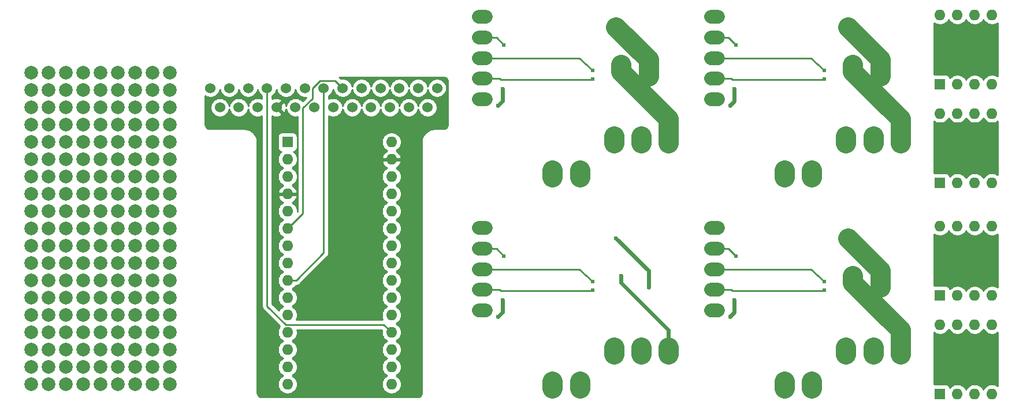
<source format=gbl>
%MOIN*%
%OFA0B0*%
%FSLAX46Y46*%
%IPPOS*%
%LPD*%
%ADD10C,0.01*%
%ADD11C,0.023622007874015746*%
%ADD12C,0.024015984251968506*%
%ADD13C,0.024000000000000004*%
%ADD21C,0.07874*%
%ADD22C,0.11811*%
%ADD33C,0.01*%
%ADD34C,0.023622007874015746*%
%ADD35C,0.024015984251968506*%
%ADD36C,0.024000000000000004*%
%ADD37C,0.07874*%
%ADD38C,0.11811*%
%ADD39C,0.01*%
%ADD40C,0.023622007874015746*%
%ADD41C,0.024015984251968506*%
%ADD42C,0.024000000000000004*%
%ADD43C,0.07874*%
%ADD44C,0.11811*%
%ADD45C,0.01*%
%ADD46C,0.023622007874015746*%
%ADD47C,0.024015984251968506*%
%ADD48C,0.024000000000000004*%
%ADD49C,0.07874*%
%ADD50C,0.11811*%
%ADD51C,0.060000000000000005*%
%ADD52O,0.062992125984251982X0.062992125984251982*%
%ADD53R,0.062992125984251982X0.062992125984251982*%
%ADD54C,0.00984251968503937*%
%ADD55C,0.01*%
%ADD56O,0.062992125984251982X0.062992125984251982*%
%ADD57R,0.062992125984251982X0.062992125984251982*%
%ADD58C,0.01*%
%ADD59O,0.062992125984251982X0.062992125984251982*%
%ADD60R,0.062992125984251982X0.062992125984251982*%
%ADD61C,0.01*%
%ADD62O,0.062992125984251982X0.062992125984251982*%
%ADD63R,0.062992125984251982X0.062992125984251982*%
%ADD64C,0.01*%
%ADD65O,0.062992125984251982X0.062992125984251982*%
%ADD66R,0.062992125984251982X0.062992125984251982*%
%ADD67C,0.01*%
%ADD68C,0.07874015748031496*%
G90*
G54D11*
G01X0003662480Y0000661692D02*
G01X0003662480Y0000756023D01*
G01X0003473622Y0000944881D01*
G01X0003501811Y0000727322D02*
G01X0003501811Y0000687952D01*
G01X0003777401Y0000412362D01*
G01X0003777362Y0000294251D01*
G54D10*
G01X0003339566Y0000693228D02*
G01X0003262559Y0000763228D01*
G01X0002704566Y0000763228D01*
G01X0002827480Y0000841692D02*
G01X0002785944Y0000883228D01*
G01X0002704566Y0000883228D01*
G01X0003339566Y0000643228D02*
G01X0003337992Y0000641692D01*
G01X0002809055Y0000641692D01*
G01X0002802519Y0000648228D01*
G01X0002704566Y0000648228D01*
G54D11*
G01X0002819566Y0000588228D02*
G01X0002819566Y0000517559D01*
G01X0002793149Y0000491141D01*
G54D12*
G01X0003339566Y0000693228D03*
G54D13*
G01X0002827480Y0000841692D03*
G01X0003339566Y0000643228D03*
G01X0003501771Y0000727322D03*
G01X0003662480Y0000661692D03*
G01X0003473582Y0000944881D03*
G01X0002793149Y0000491141D03*
G01X0002819566Y0000588228D03*
G54D21*
G01X0002684881Y0001003228D02*
G01X0002724251Y0001003228D01*
G01X0002684881Y0000883228D02*
G01X0002724251Y0000883228D01*
G01X0002684881Y0000763228D02*
G01X0002724251Y0000763228D01*
G01X0002684881Y0000648228D02*
G01X0002724251Y0000648228D01*
G01X0002684881Y0000528228D02*
G01X0002724251Y0000528228D01*
G54D22*
G01X0003108110Y0000117086D02*
G01X0003108110Y0000077716D01*
G01X0003265551Y0000117086D02*
G01X0003265551Y0000077716D01*
G01X0003777362Y0000313937D02*
G01X0003777362Y0000274566D01*
G01X0003619881Y0000313937D02*
G01X0003619881Y0000274566D01*
G01X0003462401Y0000313937D02*
G01X0003462401Y0000274566D01*
G04 next file*
G04 Layer: BottomLayer*
G04 EasyEDA v6.3.53, 2020-06-26T16:53:54--4:00*
G04 395d111042f2402990e7a52cfaf045f1,10*
G04 Gerber Generator version 0.2*
G04 Scale: 100 percent, Rotated: No, Reflected: No *
G04 Dimensions in millimeters *
G04 leading zeros omitted , absolute positions ,3 integer and 3 decimal *
G90*
G04 skipping 71
D34*
G01X0003662480Y0001882125D02*
G01X0003662480Y0001976456D01*
G01X0003473622Y0002165314D01*
G01X0003501811Y0001947755D02*
G01X0003501811Y0001908385D01*
G01X0003777401Y0001632795D01*
G01X0003777362Y0001514685D01*
D33*
G01X0003339566Y0001913661D02*
G01X0003262559Y0001983661D01*
G01X0002704566Y0001983661D01*
G01X0002827480Y0002062125D02*
G01X0002785944Y0002103661D01*
G01X0002704566Y0002103661D01*
G01X0003339566Y0001863661D02*
G01X0003337992Y0001862125D01*
G01X0002809055Y0001862125D01*
G01X0002802519Y0001868661D01*
G01X0002704566Y0001868661D01*
D34*
G01X0002819566Y0001808661D02*
G01X0002819566Y0001737992D01*
G01X0002793149Y0001711574D01*
D35*
G01X0003339566Y0001913661D03*
D36*
G01X0002827480Y0002062125D03*
G01X0003339566Y0001863661D03*
G01X0003501771Y0001947755D03*
G01X0003662480Y0001882125D03*
G01X0003473582Y0002165314D03*
G01X0002793149Y0001711574D03*
G01X0002819566Y0001808661D03*
D37*
G01X0002684881Y0002223661D02*
G01X0002724251Y0002223661D01*
G01X0002684881Y0002103661D02*
G01X0002724251Y0002103661D01*
G01X0002684881Y0001983661D02*
G01X0002724251Y0001983661D01*
G01X0002684881Y0001868661D02*
G01X0002724251Y0001868661D01*
G01X0002684881Y0001748661D02*
G01X0002724251Y0001748661D01*
D38*
G01X0003108110Y0001337519D02*
G01X0003108110Y0001298149D01*
G01X0003265551Y0001337519D02*
G01X0003265551Y0001298149D01*
G01X0003777362Y0001534370D02*
G01X0003777362Y0001495000D01*
G01X0003619881Y0001534370D02*
G01X0003619881Y0001495000D01*
G01X0003462401Y0001534370D02*
G01X0003462401Y0001495000D01*
G04 next file*
G04 Layer: BottomLayer*
G04 EasyEDA v6.3.53, 2020-06-26T16:53:54--4:00*
G04 395d111042f2402990e7a52cfaf045f1,10*
G04 Gerber Generator version 0.2*
G04 Scale: 100 percent, Rotated: No, Reflected: No *
G04 Dimensions in millimeters *
G04 leading zeros omitted , absolute positions ,3 integer and 3 decimal *
G90*
G04 skipping 71
D40*
G01X0005001062Y0000661692D02*
G01X0005001062Y0000756023D01*
G01X0004812204Y0000944881D01*
G01X0004840393Y0000727322D02*
G01X0004840393Y0000687952D01*
G01X0005115984Y0000412362D01*
G01X0005115944Y0000294251D01*
D39*
G01X0004678149Y0000693228D02*
G01X0004601141Y0000763228D01*
G01X0004043149Y0000763228D01*
G01X0004166062Y0000841692D02*
G01X0004124527Y0000883228D01*
G01X0004043149Y0000883228D01*
G01X0004678149Y0000643228D02*
G01X0004676574Y0000641692D01*
G01X0004147637Y0000641692D01*
G01X0004141102Y0000648228D01*
G01X0004043149Y0000648228D01*
D40*
G01X0004158149Y0000588228D02*
G01X0004158149Y0000517559D01*
G01X0004131732Y0000491141D01*
D41*
G01X0004678149Y0000693228D03*
D42*
G01X0004166062Y0000841692D03*
G01X0004678149Y0000643228D03*
G01X0004840354Y0000727322D03*
G01X0005001062Y0000661692D03*
G01X0004812165Y0000944881D03*
G01X0004131732Y0000491141D03*
G01X0004158149Y0000588228D03*
D43*
G01X0004023464Y0001003228D02*
G01X0004062834Y0001003228D01*
G01X0004023464Y0000883228D02*
G01X0004062834Y0000883228D01*
G01X0004023464Y0000763228D02*
G01X0004062834Y0000763228D01*
G01X0004023464Y0000648228D02*
G01X0004062834Y0000648228D01*
G01X0004023464Y0000528228D02*
G01X0004062834Y0000528228D01*
D44*
G01X0004446692Y0000117086D02*
G01X0004446692Y0000077716D01*
G01X0004604133Y0000117086D02*
G01X0004604133Y0000077716D01*
G01X0005115944Y0000313937D02*
G01X0005115944Y0000274566D01*
G01X0004958464Y0000313937D02*
G01X0004958464Y0000274566D01*
G01X0004800984Y0000313937D02*
G01X0004800984Y0000274566D01*
G04 next file*
G04 Layer: BottomLayer*
G04 EasyEDA v6.3.53, 2020-06-26T16:53:54--4:00*
G04 395d111042f2402990e7a52cfaf045f1,10*
G04 Gerber Generator version 0.2*
G04 Scale: 100 percent, Rotated: No, Reflected: No *
G04 Dimensions in millimeters *
G04 leading zeros omitted , absolute positions ,3 integer and 3 decimal *
G90*
G04 skipping 71
D46*
G01X0005001062Y0001882125D02*
G01X0005001062Y0001976456D01*
G01X0004812204Y0002165314D01*
G01X0004840393Y0001947755D02*
G01X0004840393Y0001908385D01*
G01X0005115984Y0001632795D01*
G01X0005115944Y0001514685D01*
D45*
G01X0004678149Y0001913661D02*
G01X0004601141Y0001983661D01*
G01X0004043149Y0001983661D01*
G01X0004166062Y0002062125D02*
G01X0004124527Y0002103661D01*
G01X0004043149Y0002103661D01*
G01X0004678149Y0001863661D02*
G01X0004676574Y0001862125D01*
G01X0004147637Y0001862125D01*
G01X0004141102Y0001868661D01*
G01X0004043149Y0001868661D01*
D46*
G01X0004158149Y0001808661D02*
G01X0004158149Y0001737992D01*
G01X0004131732Y0001711574D01*
D47*
G01X0004678149Y0001913661D03*
D48*
G01X0004166062Y0002062125D03*
G01X0004678149Y0001863661D03*
G01X0004840354Y0001947755D03*
G01X0005001062Y0001882125D03*
G01X0004812165Y0002165314D03*
G01X0004131732Y0001711574D03*
G01X0004158149Y0001808661D03*
D49*
G01X0004023464Y0002223661D02*
G01X0004062834Y0002223661D01*
G01X0004023464Y0002103661D02*
G01X0004062834Y0002103661D01*
G01X0004023464Y0001983661D02*
G01X0004062834Y0001983661D01*
G01X0004023464Y0001868661D02*
G01X0004062834Y0001868661D01*
G01X0004023464Y0001748661D02*
G01X0004062834Y0001748661D01*
D50*
G01X0004446692Y0001337519D02*
G01X0004446692Y0001298149D01*
G01X0004604133Y0001337519D02*
G01X0004604133Y0001298149D01*
G01X0005115944Y0001534370D02*
G01X0005115944Y0001495000D01*
G01X0004958464Y0001534370D02*
G01X0004958464Y0001495000D01*
G01X0004800984Y0001534370D02*
G01X0004800984Y0001495000D01*
G04 next file*
G04 Gerber Fmt 4.6, Leading zero omitted, Abs format (unit mm)*
G04 Created by KiCad (PCBNEW (5.1.6)-1) date 2020-09-18 20:45:58*
G01*
G04 APERTURE LIST*
G04 APERTURE END LIST*
D51*
X-0003771259Y0004750000D02*
X0001134240Y0001812000D03*
X0001243240Y0001812000D03*
X0001352240Y0001812000D03*
X0001461240Y0001812000D03*
X0001570240Y0001812000D03*
X0001679240Y0001812000D03*
X0001788240Y0001812000D03*
X0001897240Y0001812000D03*
X0002006240Y0001812000D03*
X0002115240Y0001812000D03*
X0002224240Y0001812000D03*
X0002333240Y0001812000D03*
X0002442240Y0001812000D03*
X0001188740Y0001700000D03*
X0001297740Y0001700000D03*
X0001406740Y0001700000D03*
X0001515740Y0001700000D03*
X0001624740Y0001700000D03*
X0001733740Y0001700000D03*
X0001842740Y0001700000D03*
X0001951740Y0001700000D03*
X0002060740Y0001700000D03*
X0002169740Y0001700000D03*
X0002278740Y0001700000D03*
X0002387740Y0001700000D03*
D52*
X0002178740Y0000100000D03*
X0001578740Y0000100000D03*
X0002178740Y0001500000D03*
X0001578740Y0000200000D03*
X0002178740Y0001400000D03*
X0001578740Y0000300000D03*
X0002178740Y0001300000D03*
X0001578740Y0000400000D03*
X0002178740Y0001200000D03*
X0001578740Y0000500000D03*
X0002178740Y0001100000D03*
X0001578740Y0000600000D03*
X0002178740Y0001000000D03*
X0001578740Y0000700000D03*
X0002178740Y0000900000D03*
X0001578740Y0000800000D03*
X0002178740Y0000800000D03*
X0001578740Y0000900000D03*
X0002178740Y0000700000D03*
X0001578740Y0001000000D03*
X0002178740Y0000600000D03*
X0001578740Y0001100000D03*
X0002178740Y0000500000D03*
X0001578740Y0001200000D03*
X0002178740Y0000400000D03*
X0001578740Y0001300000D03*
X0002178740Y0000300000D03*
X0001578740Y0001400000D03*
X0002178740Y0000200000D03*
D53*
X0001578740Y0001500000D03*
D54*
X0001788240Y0000859500D02*
X0001788240Y0001812000D01*
X0001628740Y0000700000D02*
X0001788240Y0000859500D01*
X0001628740Y0000700000D02*
X0001578740Y0000700000D01*
X0001667535Y0001088795D02*
X0001578740Y0001000000D01*
X0001667535Y0001697132D02*
X0001667535Y0001088795D01*
X0001722035Y0001751632D02*
X0001667535Y0001697132D01*
X0001767698Y0001854795D02*
X0001722035Y0001809132D01*
X0001854444Y0001854795D02*
X0001767698Y0001854795D01*
X0001722035Y0001809132D02*
X0001722035Y0001751632D01*
X0001897240Y0001812000D02*
X0001854444Y0001854795D01*
X0002134448Y0000444291D02*
X0002178740Y0000400000D01*
X0001461240Y0000551948D02*
X0001568897Y0000444291D01*
X0001568897Y0000444291D02*
X0002134448Y0000444291D01*
X0001461240Y0001812000D02*
X0001461240Y0000551948D01*
D55*
G36*
X0002483380Y0001873436D02*
G01*
X0002487844Y0001872088D01*
X0002491961Y0001869899D01*
X0002495574Y0001866952D01*
X0002498546Y0001863359D01*
X0002500764Y0001859258D01*
X0002502143Y0001854804D01*
X0002502755Y0001848975D01*
X0002502755Y0001601270D01*
X0002502176Y0001595359D01*
X0002500828Y0001590895D01*
X0002498639Y0001586778D01*
X0002495692Y0001583165D01*
X0002492099Y0001580193D01*
X0002487998Y0001577975D01*
X0002483544Y0001576596D01*
X0002477715Y0001575984D01*
X0002427463Y0001575984D01*
X0002426343Y0001575873D01*
X0002426036Y0001575876D01*
X0002425675Y0001575840D01*
X0002415970Y0001574820D01*
X0002413662Y0001574347D01*
X0002411349Y0001573905D01*
X0002411002Y0001573800D01*
X0002401680Y0001570915D01*
X0002399510Y0001570002D01*
X0002397325Y0001569120D01*
X0002397005Y0001568950D01*
X0002388421Y0001564308D01*
X0002386470Y0001562992D01*
X0002384498Y0001561702D01*
X0002384217Y0001561473D01*
X0002376698Y0001555252D01*
X0002375039Y0001553582D01*
X0002373356Y0001551934D01*
X0002373125Y0001551654D01*
X0002366957Y0001544092D01*
X0002365655Y0001542132D01*
X0002364323Y0001540187D01*
X0002364151Y0001539868D01*
X0002359570Y0001531252D01*
X0002358673Y0001529076D01*
X0002357744Y0001526910D01*
X0002357637Y0001526563D01*
X0002354817Y0001517222D01*
X0002354359Y0001514911D01*
X0002353870Y0001512608D01*
X0002353832Y0001512247D01*
X0002352879Y0001502535D01*
X0002352879Y0001502535D01*
X0002352755Y0001501276D01*
X0002352755Y0000051270D01*
X0002352176Y0000045359D01*
X0002350828Y0000040895D01*
X0002348639Y0000036778D01*
X0002345692Y0000033165D01*
X0002342099Y0000030193D01*
X0002337998Y0000027975D01*
X0002333544Y0000026596D01*
X0002327715Y0000025984D01*
X0001430010Y0000025984D01*
X0001424099Y0000026563D01*
X0001419635Y0000027911D01*
X0001415518Y0000030100D01*
X0001411905Y0000033047D01*
X0001408933Y0000036640D01*
X0001406715Y0000040741D01*
X0001405336Y0000045195D01*
X0001404724Y0000051024D01*
X0001404724Y0001501276D01*
X0001404614Y0001502396D01*
X0001404616Y0001502704D01*
X0001404580Y0001503065D01*
X0001403560Y0001512769D01*
X0001403087Y0001515077D01*
X0001402645Y0001517390D01*
X0001402541Y0001517737D01*
X0001399655Y0001527059D01*
X0001398743Y0001529230D01*
X0001397860Y0001531414D01*
X0001397690Y0001531734D01*
X0001393049Y0001540318D01*
X0001391732Y0001542269D01*
X0001390442Y0001544241D01*
X0001390213Y0001544522D01*
X0001383992Y0001552041D01*
X0001382322Y0001553700D01*
X0001380674Y0001555383D01*
X0001380394Y0001555614D01*
X0001372832Y0001561782D01*
X0001370872Y0001563084D01*
X0001368927Y0001564416D01*
X0001368608Y0001564588D01*
X0001359992Y0001569170D01*
X0001357816Y0001570067D01*
X0001355650Y0001570995D01*
X0001355303Y0001571102D01*
X0001345962Y0001573922D01*
X0001343651Y0001574380D01*
X0001341348Y0001574870D01*
X0001340987Y0001574908D01*
X0001340987Y0001574908D01*
X0001331275Y0001575860D01*
X0001331275Y0001575860D01*
X0001330016Y0001575984D01*
X0001130010Y0001575984D01*
X0001124099Y0001576563D01*
X0001119635Y0001577911D01*
X0001115518Y0001580100D01*
X0001111905Y0001583047D01*
X0001108933Y0001586640D01*
X0001106715Y0001590741D01*
X0001105336Y0001595195D01*
X0001104724Y0001601024D01*
X0001104724Y0001765573D01*
X0001108187Y0001763259D01*
X0001118197Y0001759113D01*
X0001128823Y0001757000D01*
X0001139657Y0001757000D01*
X0001150283Y0001759113D01*
X0001160292Y0001763259D01*
X0001169300Y0001769278D01*
X0001176961Y0001776939D01*
X0001182980Y0001785947D01*
X0001187126Y0001795957D01*
X0001188740Y0001804069D01*
X0001190353Y0001795957D01*
X0001194499Y0001785947D01*
X0001200518Y0001776939D01*
X0001208179Y0001769278D01*
X0001217187Y0001763259D01*
X0001227197Y0001759113D01*
X0001237823Y0001757000D01*
X0001248657Y0001757000D01*
X0001259283Y0001759113D01*
X0001269292Y0001763259D01*
X0001278300Y0001769278D01*
X0001285961Y0001776939D01*
X0001291980Y0001785947D01*
X0001296126Y0001795957D01*
X0001297740Y0001804069D01*
X0001299353Y0001795957D01*
X0001303499Y0001785947D01*
X0001309518Y0001776939D01*
X0001317179Y0001769278D01*
X0001326187Y0001763259D01*
X0001336197Y0001759113D01*
X0001346823Y0001757000D01*
X0001357657Y0001757000D01*
X0001368283Y0001759113D01*
X0001378292Y0001763259D01*
X0001387300Y0001769278D01*
X0001394961Y0001776939D01*
X0001400980Y0001785947D01*
X0001405126Y0001795957D01*
X0001406740Y0001804069D01*
X0001408353Y0001795957D01*
X0001412499Y0001785947D01*
X0001418518Y0001776939D01*
X0001426179Y0001769278D01*
X0001431318Y0001765844D01*
X0001431318Y0001749350D01*
X0001422783Y0001752886D01*
X0001412157Y0001755000D01*
X0001401323Y0001755000D01*
X0001390697Y0001752886D01*
X0001380687Y0001748740D01*
X0001371679Y0001742721D01*
X0001364018Y0001735060D01*
X0001357999Y0001726052D01*
X0001353853Y0001716042D01*
X0001352240Y0001707930D01*
X0001350626Y0001716042D01*
X0001346480Y0001726052D01*
X0001340461Y0001735060D01*
X0001332800Y0001742721D01*
X0001323792Y0001748740D01*
X0001313783Y0001752886D01*
X0001303157Y0001755000D01*
X0001292323Y0001755000D01*
X0001281697Y0001752886D01*
X0001271687Y0001748740D01*
X0001262679Y0001742721D01*
X0001255018Y0001735060D01*
X0001248999Y0001726052D01*
X0001244853Y0001716042D01*
X0001243240Y0001707930D01*
X0001241626Y0001716042D01*
X0001237480Y0001726052D01*
X0001231461Y0001735060D01*
X0001223800Y0001742721D01*
X0001214792Y0001748740D01*
X0001204783Y0001752886D01*
X0001194157Y0001755000D01*
X0001183323Y0001755000D01*
X0001172697Y0001752886D01*
X0001162687Y0001748740D01*
X0001153679Y0001742721D01*
X0001146018Y0001735060D01*
X0001139999Y0001726052D01*
X0001135853Y0001716042D01*
X0001133740Y0001705417D01*
X0001133740Y0001694583D01*
X0001135853Y0001683957D01*
X0001139999Y0001673947D01*
X0001146018Y0001664939D01*
X0001153679Y0001657278D01*
X0001162687Y0001651259D01*
X0001172697Y0001647113D01*
X0001183323Y0001645000D01*
X0001194157Y0001645000D01*
X0001204783Y0001647113D01*
X0001214792Y0001651259D01*
X0001223800Y0001657278D01*
X0001231461Y0001664939D01*
X0001237480Y0001673947D01*
X0001241626Y0001683957D01*
X0001243240Y0001692069D01*
X0001244853Y0001683957D01*
X0001248999Y0001673947D01*
X0001255018Y0001664939D01*
X0001262679Y0001657278D01*
X0001271687Y0001651259D01*
X0001281697Y0001647113D01*
X0001292323Y0001645000D01*
X0001303157Y0001645000D01*
X0001313783Y0001647113D01*
X0001323792Y0001651259D01*
X0001332800Y0001657278D01*
X0001340461Y0001664939D01*
X0001346480Y0001673947D01*
X0001350626Y0001683957D01*
X0001352240Y0001692069D01*
X0001353853Y0001683957D01*
X0001357999Y0001673947D01*
X0001364018Y0001664939D01*
X0001371679Y0001657278D01*
X0001380687Y0001651259D01*
X0001390697Y0001647113D01*
X0001401323Y0001645000D01*
X0001412157Y0001645000D01*
X0001422783Y0001647113D01*
X0001431318Y0001650649D01*
X0001431318Y0000553418D01*
X0001431174Y0000551948D01*
X0001431751Y0000546083D01*
X0001433462Y0000540443D01*
X0001436241Y0000535245D01*
X0001439043Y0000531830D01*
X0001439980Y0000530688D01*
X0001441121Y0000529751D01*
X0001534858Y0000436015D01*
X0001534856Y0000436014D01*
X0001528673Y0000426760D01*
X0001524415Y0000416479D01*
X0001522244Y0000405564D01*
X0001522244Y0000394435D01*
X0001524415Y0000383520D01*
X0001528673Y0000373239D01*
X0001534856Y0000363985D01*
X0001542725Y0000356116D01*
X0001551880Y0000350000D01*
X0001542725Y0000343883D01*
X0001534856Y0000336014D01*
X0001528673Y0000326760D01*
X0001524415Y0000316479D01*
X0001522244Y0000305564D01*
X0001522244Y0000294435D01*
X0001524415Y0000283520D01*
X0001528673Y0000273239D01*
X0001534856Y0000263985D01*
X0001542725Y0000256116D01*
X0001551880Y0000250000D01*
X0001542725Y0000243883D01*
X0001534856Y0000236014D01*
X0001528673Y0000226760D01*
X0001524415Y0000216479D01*
X0001522244Y0000205564D01*
X0001522244Y0000194435D01*
X0001524415Y0000183520D01*
X0001528673Y0000173239D01*
X0001534856Y0000163985D01*
X0001542725Y0000156116D01*
X0001551880Y0000150000D01*
X0001542725Y0000143883D01*
X0001534856Y0000136014D01*
X0001528673Y0000126760D01*
X0001524415Y0000116479D01*
X0001522244Y0000105564D01*
X0001522244Y0000094435D01*
X0001524415Y0000083520D01*
X0001528673Y0000073239D01*
X0001534856Y0000063985D01*
X0001542725Y0000056116D01*
X0001551979Y0000049933D01*
X0001562260Y0000045675D01*
X0001573175Y0000043503D01*
X0001584304Y0000043503D01*
X0001595219Y0000045675D01*
X0001605501Y0000049933D01*
X0001614754Y0000056116D01*
X0001622623Y0000063985D01*
X0001628806Y0000073239D01*
X0001633065Y0000083520D01*
X0001635236Y0000094435D01*
X0001635236Y0000105564D01*
X0001633065Y0000116479D01*
X0001628806Y0000126760D01*
X0001622623Y0000136014D01*
X0001614754Y0000143883D01*
X0001605600Y0000150000D01*
X0001614754Y0000156116D01*
X0001622623Y0000163985D01*
X0001628806Y0000173239D01*
X0001633065Y0000183520D01*
X0001635236Y0000194435D01*
X0001635236Y0000205564D01*
X0001633065Y0000216479D01*
X0001628806Y0000226760D01*
X0001622623Y0000236014D01*
X0001614754Y0000243883D01*
X0001605600Y0000250000D01*
X0001614754Y0000256116D01*
X0001622623Y0000263985D01*
X0001628806Y0000273239D01*
X0001633065Y0000283520D01*
X0001635236Y0000294435D01*
X0001635236Y0000305564D01*
X0001633065Y0000316479D01*
X0001628806Y0000326760D01*
X0001622623Y0000336014D01*
X0001614754Y0000343883D01*
X0001605600Y0000350000D01*
X0001614754Y0000356116D01*
X0001622623Y0000363985D01*
X0001628806Y0000373239D01*
X0001633065Y0000383520D01*
X0001635236Y0000394435D01*
X0001635236Y0000405564D01*
X0001633484Y0000414370D01*
X0002122055Y0000414370D01*
X0002123673Y0000412751D01*
X0002122244Y0000405564D01*
X0002122244Y0000394435D01*
X0002124415Y0000383520D01*
X0002128673Y0000373239D01*
X0002134856Y0000363985D01*
X0002142725Y0000356116D01*
X0002151880Y0000350000D01*
X0002142725Y0000343883D01*
X0002134856Y0000336014D01*
X0002128673Y0000326760D01*
X0002124415Y0000316479D01*
X0002122244Y0000305564D01*
X0002122244Y0000294435D01*
X0002124415Y0000283520D01*
X0002128673Y0000273239D01*
X0002134856Y0000263985D01*
X0002142725Y0000256116D01*
X0002151880Y0000250000D01*
X0002142725Y0000243883D01*
X0002134856Y0000236014D01*
X0002128673Y0000226760D01*
X0002124415Y0000216479D01*
X0002122244Y0000205564D01*
X0002122244Y0000194435D01*
X0002124415Y0000183520D01*
X0002128673Y0000173239D01*
X0002134856Y0000163985D01*
X0002142725Y0000156116D01*
X0002151880Y0000150000D01*
X0002142725Y0000143883D01*
X0002134856Y0000136014D01*
X0002128673Y0000126760D01*
X0002124415Y0000116479D01*
X0002122244Y0000105564D01*
X0002122244Y0000094435D01*
X0002124415Y0000083520D01*
X0002128673Y0000073239D01*
X0002134856Y0000063985D01*
X0002142725Y0000056116D01*
X0002151979Y0000049933D01*
X0002162260Y0000045675D01*
X0002173175Y0000043503D01*
X0002184304Y0000043503D01*
X0002195219Y0000045675D01*
X0002205501Y0000049933D01*
X0002214754Y0000056116D01*
X0002222623Y0000063985D01*
X0002228806Y0000073239D01*
X0002233065Y0000083520D01*
X0002235236Y0000094435D01*
X0002235236Y0000105564D01*
X0002233065Y0000116479D01*
X0002228806Y0000126760D01*
X0002222623Y0000136014D01*
X0002214754Y0000143883D01*
X0002205600Y0000150000D01*
X0002214754Y0000156116D01*
X0002222623Y0000163985D01*
X0002228806Y0000173239D01*
X0002233065Y0000183520D01*
X0002235236Y0000194435D01*
X0002235236Y0000205564D01*
X0002233065Y0000216479D01*
X0002228806Y0000226760D01*
X0002222623Y0000236014D01*
X0002214754Y0000243883D01*
X0002205600Y0000250000D01*
X0002214754Y0000256116D01*
X0002222623Y0000263985D01*
X0002228806Y0000273239D01*
X0002233065Y0000283520D01*
X0002235236Y0000294435D01*
X0002235236Y0000305564D01*
X0002233065Y0000316479D01*
X0002228806Y0000326760D01*
X0002222623Y0000336014D01*
X0002214754Y0000343883D01*
X0002205600Y0000350000D01*
X0002214754Y0000356116D01*
X0002222623Y0000363985D01*
X0002228806Y0000373239D01*
X0002233065Y0000383520D01*
X0002235236Y0000394435D01*
X0002235236Y0000405564D01*
X0002233065Y0000416479D01*
X0002228806Y0000426760D01*
X0002222623Y0000436014D01*
X0002214754Y0000443883D01*
X0002205600Y0000450000D01*
X0002214754Y0000456116D01*
X0002222623Y0000463985D01*
X0002228806Y0000473239D01*
X0002233065Y0000483520D01*
X0002235236Y0000494435D01*
X0002235236Y0000505564D01*
X0002233065Y0000516479D01*
X0002228806Y0000526760D01*
X0002222623Y0000536014D01*
X0002214754Y0000543883D01*
X0002205600Y0000550000D01*
X0002214754Y0000556116D01*
X0002222623Y0000563985D01*
X0002228806Y0000573239D01*
X0002233065Y0000583520D01*
X0002235236Y0000594435D01*
X0002235236Y0000605564D01*
X0002233065Y0000616479D01*
X0002228806Y0000626760D01*
X0002222623Y0000636014D01*
X0002214754Y0000643883D01*
X0002205600Y0000650000D01*
X0002214754Y0000656116D01*
X0002222623Y0000663985D01*
X0002228806Y0000673239D01*
X0002233065Y0000683520D01*
X0002235236Y0000694435D01*
X0002235236Y0000705564D01*
X0002233065Y0000716479D01*
X0002228806Y0000726760D01*
X0002222623Y0000736014D01*
X0002214754Y0000743883D01*
X0002205600Y0000750000D01*
X0002214754Y0000756116D01*
X0002222623Y0000763985D01*
X0002228806Y0000773239D01*
X0002233065Y0000783520D01*
X0002235236Y0000794435D01*
X0002235236Y0000805564D01*
X0002233065Y0000816479D01*
X0002228806Y0000826760D01*
X0002222623Y0000836014D01*
X0002214754Y0000843883D01*
X0002205600Y0000850000D01*
X0002214754Y0000856116D01*
X0002222623Y0000863985D01*
X0002228806Y0000873239D01*
X0002233065Y0000883520D01*
X0002235236Y0000894435D01*
X0002235236Y0000905564D01*
X0002233065Y0000916479D01*
X0002228806Y0000926760D01*
X0002222623Y0000936014D01*
X0002214754Y0000943883D01*
X0002205600Y0000950000D01*
X0002214754Y0000956116D01*
X0002222623Y0000963985D01*
X0002228806Y0000973239D01*
X0002233065Y0000983520D01*
X0002235236Y0000994435D01*
X0002235236Y0001005564D01*
X0002233065Y0001016479D01*
X0002228806Y0001026760D01*
X0002222623Y0001036014D01*
X0002214754Y0001043883D01*
X0002205600Y0001050000D01*
X0002214754Y0001056116D01*
X0002222623Y0001063985D01*
X0002228806Y0001073239D01*
X0002233065Y0001083520D01*
X0002235236Y0001094435D01*
X0002235236Y0001105564D01*
X0002233065Y0001116479D01*
X0002228806Y0001126760D01*
X0002222623Y0001136014D01*
X0002214754Y0001143883D01*
X0002205600Y0001150000D01*
X0002214754Y0001156116D01*
X0002222623Y0001163985D01*
X0002228806Y0001173239D01*
X0002233065Y0001183520D01*
X0002235236Y0001194435D01*
X0002235236Y0001205564D01*
X0002233065Y0001216479D01*
X0002228806Y0001226760D01*
X0002222623Y0001236014D01*
X0002214754Y0001243883D01*
X0002205600Y0001250000D01*
X0002214754Y0001256116D01*
X0002222623Y0001263985D01*
X0002228806Y0001273239D01*
X0002233065Y0001283520D01*
X0002235236Y0001294435D01*
X0002235236Y0001305564D01*
X0002233065Y0001316479D01*
X0002228806Y0001326760D01*
X0002222623Y0001336014D01*
X0002214754Y0001343883D01*
X0002205501Y0001350066D01*
X0002205084Y0001350238D01*
X0002212406Y0001354630D01*
X0002220610Y0001362070D01*
X0002227206Y0001370967D01*
X0002231938Y0001380980D01*
X0002233539Y0001386258D01*
X0002228736Y0001395000D01*
X0002183740Y0001395000D01*
X0002183740Y0001394212D01*
X0002173740Y0001394212D01*
X0002173740Y0001395000D01*
X0002128743Y0001395000D01*
X0002123940Y0001386258D01*
X0002125541Y0001380980D01*
X0002130274Y0001370967D01*
X0002136869Y0001362070D01*
X0002145073Y0001354630D01*
X0002152396Y0001350238D01*
X0002151979Y0001350066D01*
X0002142725Y0001343883D01*
X0002134856Y0001336014D01*
X0002128673Y0001326760D01*
X0002124415Y0001316479D01*
X0002122244Y0001305564D01*
X0002122244Y0001294435D01*
X0002124415Y0001283520D01*
X0002128673Y0001273239D01*
X0002134856Y0001263985D01*
X0002142725Y0001256116D01*
X0002151880Y0001250000D01*
X0002142725Y0001243883D01*
X0002134856Y0001236014D01*
X0002128673Y0001226760D01*
X0002124415Y0001216479D01*
X0002122244Y0001205564D01*
X0002122244Y0001194435D01*
X0002124415Y0001183520D01*
X0002128673Y0001173239D01*
X0002134856Y0001163985D01*
X0002142725Y0001156116D01*
X0002151880Y0001150000D01*
X0002142725Y0001143883D01*
X0002134856Y0001136014D01*
X0002128673Y0001126760D01*
X0002124415Y0001116479D01*
X0002122244Y0001105564D01*
X0002122244Y0001094435D01*
X0002124415Y0001083520D01*
X0002128673Y0001073239D01*
X0002134856Y0001063985D01*
X0002142725Y0001056116D01*
X0002151880Y0001050000D01*
X0002142725Y0001043883D01*
X0002134856Y0001036014D01*
X0002128673Y0001026760D01*
X0002124415Y0001016479D01*
X0002122244Y0001005564D01*
X0002122244Y0000994435D01*
X0002124415Y0000983520D01*
X0002128673Y0000973239D01*
X0002134856Y0000963985D01*
X0002142725Y0000956116D01*
X0002151880Y0000950000D01*
X0002142725Y0000943883D01*
X0002134856Y0000936014D01*
X0002128673Y0000926760D01*
X0002124415Y0000916479D01*
X0002122244Y0000905564D01*
X0002122244Y0000894435D01*
X0002124415Y0000883520D01*
X0002128673Y0000873239D01*
X0002134856Y0000863985D01*
X0002142725Y0000856116D01*
X0002151880Y0000850000D01*
X0002142725Y0000843883D01*
X0002134856Y0000836014D01*
X0002128673Y0000826760D01*
X0002124415Y0000816479D01*
X0002122244Y0000805564D01*
X0002122244Y0000794435D01*
X0002124415Y0000783520D01*
X0002128673Y0000773239D01*
X0002134856Y0000763985D01*
X0002142725Y0000756116D01*
X0002151880Y0000750000D01*
X0002142725Y0000743883D01*
X0002134856Y0000736014D01*
X0002128673Y0000726760D01*
X0002124415Y0000716479D01*
X0002122244Y0000705564D01*
X0002122244Y0000694435D01*
X0002124415Y0000683520D01*
X0002128673Y0000673239D01*
X0002134856Y0000663985D01*
X0002142725Y0000656116D01*
X0002151880Y0000650000D01*
X0002142725Y0000643883D01*
X0002134856Y0000636014D01*
X0002128673Y0000626760D01*
X0002124415Y0000616479D01*
X0002122244Y0000605564D01*
X0002122244Y0000594435D01*
X0002124415Y0000583520D01*
X0002128673Y0000573239D01*
X0002134856Y0000563985D01*
X0002142725Y0000556116D01*
X0002151880Y0000550000D01*
X0002142725Y0000543883D01*
X0002134856Y0000536014D01*
X0002128673Y0000526760D01*
X0002124415Y0000516479D01*
X0002122244Y0000505564D01*
X0002122244Y0000494435D01*
X0002124415Y0000483520D01*
X0002128270Y0000474212D01*
X0001629209Y0000474212D01*
X0001633065Y0000483520D01*
X0001635236Y0000494435D01*
X0001635236Y0000505564D01*
X0001633065Y0000516479D01*
X0001628806Y0000526760D01*
X0001622623Y0000536014D01*
X0001614754Y0000543883D01*
X0001605600Y0000550000D01*
X0001614754Y0000556116D01*
X0001622623Y0000563985D01*
X0001628806Y0000573239D01*
X0001633065Y0000583520D01*
X0001635236Y0000594435D01*
X0001635236Y0000605564D01*
X0001633065Y0000616479D01*
X0001628806Y0000626760D01*
X0001622623Y0000636014D01*
X0001614754Y0000643883D01*
X0001605600Y0000650000D01*
X0001614754Y0000656116D01*
X0001622623Y0000663985D01*
X0001626694Y0000670078D01*
X0001627270Y0000670078D01*
X0001628740Y0000669934D01*
X0001630209Y0000670078D01*
X0001630209Y0000670078D01*
X0001634605Y0000670511D01*
X0001640245Y0000672222D01*
X0001645443Y0000675001D01*
X0001650000Y0000678740D01*
X0001650937Y0000679882D01*
X0001808358Y0000837303D01*
X0001809500Y0000838240D01*
X0001810436Y0000839381D01*
X0001810436Y0000839381D01*
X0001813239Y0000842796D01*
X0001813239Y0000842796D01*
X0001816017Y0000847994D01*
X0001817728Y0000853634D01*
X0001818161Y0000858030D01*
X0001818161Y0000858030D01*
X0001818306Y0000859500D01*
X0001818161Y0000860969D01*
X0001818161Y0001505564D01*
X0002122244Y0001505564D01*
X0002122244Y0001494435D01*
X0002124415Y0001483520D01*
X0002128673Y0001473239D01*
X0002134856Y0001463985D01*
X0002142725Y0001456116D01*
X0002151979Y0001449933D01*
X0002152396Y0001449761D01*
X0002145073Y0001445369D01*
X0002136869Y0001437929D01*
X0002130274Y0001429032D01*
X0002125541Y0001419019D01*
X0002123940Y0001413741D01*
X0002128743Y0001405000D01*
X0002173740Y0001405000D01*
X0002173740Y0001405787D01*
X0002183740Y0001405787D01*
X0002183740Y0001405000D01*
X0002228736Y0001405000D01*
X0002233539Y0001413741D01*
X0002231938Y0001419019D01*
X0002227206Y0001429032D01*
X0002220610Y0001437929D01*
X0002212406Y0001445369D01*
X0002205084Y0001449761D01*
X0002205501Y0001449933D01*
X0002214754Y0001456116D01*
X0002222623Y0001463985D01*
X0002228806Y0001473239D01*
X0002233065Y0001483520D01*
X0002235236Y0001494435D01*
X0002235236Y0001505564D01*
X0002233065Y0001516479D01*
X0002228806Y0001526760D01*
X0002222623Y0001536014D01*
X0002214754Y0001543883D01*
X0002205501Y0001550066D01*
X0002195219Y0001554324D01*
X0002184304Y0001556496D01*
X0002173175Y0001556496D01*
X0002162260Y0001554324D01*
X0002151979Y0001550066D01*
X0002142725Y0001543883D01*
X0002134856Y0001536014D01*
X0002128673Y0001526760D01*
X0002124415Y0001516479D01*
X0002122244Y0001505564D01*
X0001818161Y0001505564D01*
X0001818161Y0001650649D01*
X0001826697Y0001647113D01*
X0001837323Y0001645000D01*
X0001848157Y0001645000D01*
X0001858783Y0001647113D01*
X0001868792Y0001651259D01*
X0001877800Y0001657278D01*
X0001885461Y0001664939D01*
X0001891480Y0001673947D01*
X0001895626Y0001683957D01*
X0001897240Y0001692069D01*
X0001898853Y0001683957D01*
X0001902999Y0001673947D01*
X0001909018Y0001664939D01*
X0001916679Y0001657278D01*
X0001925687Y0001651259D01*
X0001935697Y0001647113D01*
X0001946323Y0001645000D01*
X0001957157Y0001645000D01*
X0001967783Y0001647113D01*
X0001977792Y0001651259D01*
X0001986800Y0001657278D01*
X0001994461Y0001664939D01*
X0002000480Y0001673947D01*
X0002004626Y0001683957D01*
X0002006240Y0001692069D01*
X0002007853Y0001683957D01*
X0002011999Y0001673947D01*
X0002018018Y0001664939D01*
X0002025679Y0001657278D01*
X0002034687Y0001651259D01*
X0002044697Y0001647113D01*
X0002055323Y0001645000D01*
X0002066157Y0001645000D01*
X0002076783Y0001647113D01*
X0002086792Y0001651259D01*
X0002095800Y0001657278D01*
X0002103461Y0001664939D01*
X0002109480Y0001673947D01*
X0002113626Y0001683957D01*
X0002115240Y0001692069D01*
X0002116853Y0001683957D01*
X0002120999Y0001673947D01*
X0002127018Y0001664939D01*
X0002134679Y0001657278D01*
X0002143687Y0001651259D01*
X0002153697Y0001647113D01*
X0002164323Y0001645000D01*
X0002175157Y0001645000D01*
X0002185783Y0001647113D01*
X0002195792Y0001651259D01*
X0002204800Y0001657278D01*
X0002212461Y0001664939D01*
X0002218480Y0001673947D01*
X0002222626Y0001683957D01*
X0002224240Y0001692069D01*
X0002225853Y0001683957D01*
X0002229999Y0001673947D01*
X0002236018Y0001664939D01*
X0002243679Y0001657278D01*
X0002252687Y0001651259D01*
X0002262697Y0001647113D01*
X0002273323Y0001645000D01*
X0002284157Y0001645000D01*
X0002294783Y0001647113D01*
X0002304792Y0001651259D01*
X0002313800Y0001657278D01*
X0002321461Y0001664939D01*
X0002327480Y0001673947D01*
X0002331626Y0001683957D01*
X0002333240Y0001692069D01*
X0002334853Y0001683957D01*
X0002338999Y0001673947D01*
X0002345018Y0001664939D01*
X0002352679Y0001657278D01*
X0002361687Y0001651259D01*
X0002371697Y0001647113D01*
X0002382323Y0001645000D01*
X0002393157Y0001645000D01*
X0002403783Y0001647113D01*
X0002413792Y0001651259D01*
X0002422800Y0001657278D01*
X0002430461Y0001664939D01*
X0002436480Y0001673947D01*
X0002440626Y0001683957D01*
X0002442740Y0001694583D01*
X0002442740Y0001705417D01*
X0002440626Y0001716042D01*
X0002436480Y0001726052D01*
X0002430461Y0001735060D01*
X0002422800Y0001742721D01*
X0002413792Y0001748740D01*
X0002403783Y0001752886D01*
X0002393157Y0001755000D01*
X0002382323Y0001755000D01*
X0002371697Y0001752886D01*
X0002361687Y0001748740D01*
X0002352679Y0001742721D01*
X0002345018Y0001735060D01*
X0002338999Y0001726052D01*
X0002334853Y0001716042D01*
X0002333240Y0001707930D01*
X0002331626Y0001716042D01*
X0002327480Y0001726052D01*
X0002321461Y0001735060D01*
X0002313800Y0001742721D01*
X0002304792Y0001748740D01*
X0002294783Y0001752886D01*
X0002284157Y0001755000D01*
X0002273323Y0001755000D01*
X0002262697Y0001752886D01*
X0002252687Y0001748740D01*
X0002243679Y0001742721D01*
X0002236018Y0001735060D01*
X0002229999Y0001726052D01*
X0002225853Y0001716042D01*
X0002224240Y0001707930D01*
X0002222626Y0001716042D01*
X0002218480Y0001726052D01*
X0002212461Y0001735060D01*
X0002204800Y0001742721D01*
X0002195792Y0001748740D01*
X0002185783Y0001752886D01*
X0002175157Y0001755000D01*
X0002164323Y0001755000D01*
X0002153697Y0001752886D01*
X0002143687Y0001748740D01*
X0002134679Y0001742721D01*
X0002127018Y0001735060D01*
X0002120999Y0001726052D01*
X0002116853Y0001716042D01*
X0002115240Y0001707930D01*
X0002113626Y0001716042D01*
X0002109480Y0001726052D01*
X0002103461Y0001735060D01*
X0002095800Y0001742721D01*
X0002086792Y0001748740D01*
X0002076783Y0001752886D01*
X0002066157Y0001755000D01*
X0002055323Y0001755000D01*
X0002044697Y0001752886D01*
X0002034687Y0001748740D01*
X0002025679Y0001742721D01*
X0002018018Y0001735060D01*
X0002011999Y0001726052D01*
X0002007853Y0001716042D01*
X0002006240Y0001707930D01*
X0002004626Y0001716042D01*
X0002000480Y0001726052D01*
X0001994461Y0001735060D01*
X0001986800Y0001742721D01*
X0001977792Y0001748740D01*
X0001967783Y0001752886D01*
X0001957157Y0001755000D01*
X0001946323Y0001755000D01*
X0001935697Y0001752886D01*
X0001925687Y0001748740D01*
X0001916679Y0001742721D01*
X0001909018Y0001735060D01*
X0001902999Y0001726052D01*
X0001898853Y0001716042D01*
X0001897240Y0001707930D01*
X0001895626Y0001716042D01*
X0001891480Y0001726052D01*
X0001885461Y0001735060D01*
X0001877800Y0001742721D01*
X0001868792Y0001748740D01*
X0001858783Y0001752886D01*
X0001848157Y0001755000D01*
X0001837323Y0001755000D01*
X0001826697Y0001752886D01*
X0001818161Y0001749350D01*
X0001818161Y0001765844D01*
X0001823300Y0001769278D01*
X0001830961Y0001776939D01*
X0001836980Y0001785947D01*
X0001841126Y0001795957D01*
X0001842740Y0001804069D01*
X0001844353Y0001795957D01*
X0001848499Y0001785947D01*
X0001854518Y0001776939D01*
X0001862179Y0001769278D01*
X0001871187Y0001763259D01*
X0001881197Y0001759113D01*
X0001891823Y0001757000D01*
X0001902657Y0001757000D01*
X0001913283Y0001759113D01*
X0001923292Y0001763259D01*
X0001932300Y0001769278D01*
X0001939961Y0001776939D01*
X0001945980Y0001785947D01*
X0001950126Y0001795957D01*
X0001951740Y0001804069D01*
X0001953353Y0001795957D01*
X0001957499Y0001785947D01*
X0001963518Y0001776939D01*
X0001971179Y0001769278D01*
X0001980187Y0001763259D01*
X0001990197Y0001759113D01*
X0002000823Y0001757000D01*
X0002011657Y0001757000D01*
X0002022283Y0001759113D01*
X0002032292Y0001763259D01*
X0002041300Y0001769278D01*
X0002048961Y0001776939D01*
X0002054980Y0001785947D01*
X0002059126Y0001795957D01*
X0002060740Y0001804069D01*
X0002062353Y0001795957D01*
X0002066499Y0001785947D01*
X0002072518Y0001776939D01*
X0002080179Y0001769278D01*
X0002089187Y0001763259D01*
X0002099197Y0001759113D01*
X0002109823Y0001757000D01*
X0002120657Y0001757000D01*
X0002131283Y0001759113D01*
X0002141292Y0001763259D01*
X0002150300Y0001769278D01*
X0002157961Y0001776939D01*
X0002163980Y0001785947D01*
X0002168126Y0001795957D01*
X0002169740Y0001804069D01*
X0002171353Y0001795957D01*
X0002175499Y0001785947D01*
X0002181518Y0001776939D01*
X0002189179Y0001769278D01*
X0002198187Y0001763259D01*
X0002208197Y0001759113D01*
X0002218823Y0001757000D01*
X0002229657Y0001757000D01*
X0002240283Y0001759113D01*
X0002250292Y0001763259D01*
X0002259300Y0001769278D01*
X0002266961Y0001776939D01*
X0002272980Y0001785947D01*
X0002277126Y0001795957D01*
X0002278740Y0001804069D01*
X0002280353Y0001795957D01*
X0002284499Y0001785947D01*
X0002290518Y0001776939D01*
X0002298179Y0001769278D01*
X0002307187Y0001763259D01*
X0002317197Y0001759113D01*
X0002327823Y0001757000D01*
X0002338657Y0001757000D01*
X0002349283Y0001759113D01*
X0002359292Y0001763259D01*
X0002368300Y0001769278D01*
X0002375961Y0001776939D01*
X0002381980Y0001785947D01*
X0002386126Y0001795957D01*
X0002387740Y0001804069D01*
X0002389353Y0001795957D01*
X0002393499Y0001785947D01*
X0002399518Y0001776939D01*
X0002407179Y0001769278D01*
X0002416187Y0001763259D01*
X0002426197Y0001759113D01*
X0002436823Y0001757000D01*
X0002447657Y0001757000D01*
X0002458283Y0001759113D01*
X0002468292Y0001763259D01*
X0002477300Y0001769278D01*
X0002484961Y0001776939D01*
X0002490980Y0001785947D01*
X0002495126Y0001795957D01*
X0002497240Y0001806583D01*
X0002497240Y0001817417D01*
X0002495126Y0001828042D01*
X0002490980Y0001838052D01*
X0002484961Y0001847060D01*
X0002477300Y0001854721D01*
X0002468292Y0001860740D01*
X0002458283Y0001864886D01*
X0002447657Y0001867000D01*
X0002436823Y0001867000D01*
X0002426197Y0001864886D01*
X0002416187Y0001860740D01*
X0002407179Y0001854721D01*
X0002399518Y0001847060D01*
X0002393499Y0001838052D01*
X0002389353Y0001828042D01*
X0002387740Y0001819930D01*
X0002386126Y0001828042D01*
X0002381980Y0001838052D01*
X0002375961Y0001847060D01*
X0002368300Y0001854721D01*
X0002359292Y0001860740D01*
X0002349283Y0001864886D01*
X0002338657Y0001867000D01*
X0002327823Y0001867000D01*
X0002317197Y0001864886D01*
X0002307187Y0001860740D01*
X0002298179Y0001854721D01*
X0002290518Y0001847060D01*
X0002284499Y0001838052D01*
X0002280353Y0001828042D01*
X0002278740Y0001819930D01*
X0002277126Y0001828042D01*
X0002272980Y0001838052D01*
X0002266961Y0001847060D01*
X0002259300Y0001854721D01*
X0002250292Y0001860740D01*
X0002240283Y0001864886D01*
X0002229657Y0001867000D01*
X0002218823Y0001867000D01*
X0002208197Y0001864886D01*
X0002198187Y0001860740D01*
X0002189179Y0001854721D01*
X0002181518Y0001847060D01*
X0002175499Y0001838052D01*
X0002171353Y0001828042D01*
X0002169740Y0001819930D01*
X0002168126Y0001828042D01*
X0002163980Y0001838052D01*
X0002157961Y0001847060D01*
X0002150300Y0001854721D01*
X0002141292Y0001860740D01*
X0002131283Y0001864886D01*
X0002120657Y0001867000D01*
X0002109823Y0001867000D01*
X0002099197Y0001864886D01*
X0002089187Y0001860740D01*
X0002080179Y0001854721D01*
X0002072518Y0001847060D01*
X0002066499Y0001838052D01*
X0002062353Y0001828042D01*
X0002060740Y0001819930D01*
X0002059126Y0001828042D01*
X0002054980Y0001838052D01*
X0002048961Y0001847060D01*
X0002041300Y0001854721D01*
X0002032292Y0001860740D01*
X0002022283Y0001864886D01*
X0002011657Y0001867000D01*
X0002000823Y0001867000D01*
X0001990197Y0001864886D01*
X0001980187Y0001860740D01*
X0001971179Y0001854721D01*
X0001963518Y0001847060D01*
X0001957499Y0001838052D01*
X0001953353Y0001828042D01*
X0001951740Y0001819930D01*
X0001950126Y0001828042D01*
X0001945980Y0001838052D01*
X0001939961Y0001847060D01*
X0001932300Y0001854721D01*
X0001923292Y0001860740D01*
X0001913283Y0001864886D01*
X0001902657Y0001867000D01*
X0001891823Y0001867000D01*
X0001885760Y0001865794D01*
X0001877539Y0001874015D01*
X0002477469Y0001874015D01*
X0002483380Y0001873436D01*
G37*
X0002483380Y0001873436D02*
X0002487844Y0001872088D01*
X0002491961Y0001869899D01*
X0002495574Y0001866952D01*
X0002498546Y0001863359D01*
X0002500764Y0001859258D01*
X0002502143Y0001854804D01*
X0002502755Y0001848975D01*
X0002502755Y0001601270D01*
X0002502176Y0001595359D01*
X0002500828Y0001590895D01*
X0002498639Y0001586778D01*
X0002495692Y0001583165D01*
X0002492099Y0001580193D01*
X0002487998Y0001577975D01*
X0002483544Y0001576596D01*
X0002477715Y0001575984D01*
X0002427463Y0001575984D01*
X0002426343Y0001575873D01*
X0002426036Y0001575876D01*
X0002425675Y0001575840D01*
X0002415970Y0001574820D01*
X0002413662Y0001574347D01*
X0002411349Y0001573905D01*
X0002411002Y0001573800D01*
X0002401680Y0001570915D01*
X0002399510Y0001570002D01*
X0002397325Y0001569120D01*
X0002397005Y0001568950D01*
X0002388421Y0001564308D01*
X0002386470Y0001562992D01*
X0002384498Y0001561702D01*
X0002384217Y0001561473D01*
X0002376698Y0001555252D01*
X0002375039Y0001553582D01*
X0002373356Y0001551934D01*
X0002373125Y0001551654D01*
X0002366957Y0001544092D01*
X0002365655Y0001542132D01*
X0002364323Y0001540187D01*
X0002364151Y0001539868D01*
X0002359570Y0001531252D01*
X0002358673Y0001529076D01*
X0002357744Y0001526910D01*
X0002357637Y0001526563D01*
X0002354817Y0001517222D01*
X0002354359Y0001514911D01*
X0002353870Y0001512608D01*
X0002353832Y0001512247D01*
X0002352879Y0001502535D01*
X0002352879Y0001502535D01*
X0002352755Y0001501276D01*
X0002352755Y0000051270D01*
X0002352176Y0000045359D01*
X0002350828Y0000040895D01*
X0002348639Y0000036778D01*
X0002345692Y0000033165D01*
X0002342099Y0000030193D01*
X0002337998Y0000027975D01*
X0002333544Y0000026596D01*
X0002327715Y0000025984D01*
X0001430010Y0000025984D01*
X0001424099Y0000026563D01*
X0001419635Y0000027911D01*
X0001415518Y0000030100D01*
X0001411905Y0000033047D01*
X0001408933Y0000036640D01*
X0001406715Y0000040741D01*
X0001405336Y0000045195D01*
X0001404724Y0000051024D01*
X0001404724Y0001501276D01*
X0001404614Y0001502396D01*
X0001404616Y0001502704D01*
X0001404580Y0001503065D01*
X0001403560Y0001512769D01*
X0001403087Y0001515077D01*
X0001402645Y0001517390D01*
X0001402541Y0001517737D01*
X0001399655Y0001527059D01*
X0001398743Y0001529230D01*
X0001397860Y0001531414D01*
X0001397690Y0001531734D01*
X0001393049Y0001540318D01*
X0001391732Y0001542269D01*
X0001390442Y0001544241D01*
X0001390213Y0001544522D01*
X0001383992Y0001552041D01*
X0001382322Y0001553700D01*
X0001380674Y0001555383D01*
X0001380394Y0001555614D01*
X0001372832Y0001561782D01*
X0001370872Y0001563084D01*
X0001368927Y0001564416D01*
X0001368608Y0001564588D01*
X0001359992Y0001569170D01*
X0001357816Y0001570067D01*
X0001355650Y0001570995D01*
X0001355303Y0001571102D01*
X0001345962Y0001573922D01*
X0001343651Y0001574380D01*
X0001341348Y0001574870D01*
X0001340987Y0001574908D01*
X0001340987Y0001574908D01*
X0001331275Y0001575860D01*
X0001331275Y0001575860D01*
X0001330016Y0001575984D01*
X0001130010Y0001575984D01*
X0001124099Y0001576563D01*
X0001119635Y0001577911D01*
X0001115518Y0001580100D01*
X0001111905Y0001583047D01*
X0001108933Y0001586640D01*
X0001106715Y0001590741D01*
X0001105336Y0001595195D01*
X0001104724Y0001601024D01*
X0001104724Y0001765573D01*
X0001108187Y0001763259D01*
X0001118197Y0001759113D01*
X0001128823Y0001757000D01*
X0001139657Y0001757000D01*
X0001150283Y0001759113D01*
X0001160292Y0001763259D01*
X0001169300Y0001769278D01*
X0001176961Y0001776939D01*
X0001182980Y0001785947D01*
X0001187126Y0001795957D01*
X0001188740Y0001804069D01*
X0001190353Y0001795957D01*
X0001194499Y0001785947D01*
X0001200518Y0001776939D01*
X0001208179Y0001769278D01*
X0001217187Y0001763259D01*
X0001227197Y0001759113D01*
X0001237823Y0001757000D01*
X0001248657Y0001757000D01*
X0001259283Y0001759113D01*
X0001269292Y0001763259D01*
X0001278300Y0001769278D01*
X0001285961Y0001776939D01*
X0001291980Y0001785947D01*
X0001296126Y0001795957D01*
X0001297740Y0001804069D01*
X0001299353Y0001795957D01*
X0001303499Y0001785947D01*
X0001309518Y0001776939D01*
X0001317179Y0001769278D01*
X0001326187Y0001763259D01*
X0001336197Y0001759113D01*
X0001346823Y0001757000D01*
X0001357657Y0001757000D01*
X0001368283Y0001759113D01*
X0001378292Y0001763259D01*
X0001387300Y0001769278D01*
X0001394961Y0001776939D01*
X0001400980Y0001785947D01*
X0001405126Y0001795957D01*
X0001406740Y0001804069D01*
X0001408353Y0001795957D01*
X0001412499Y0001785947D01*
X0001418518Y0001776939D01*
X0001426179Y0001769278D01*
X0001431318Y0001765844D01*
X0001431318Y0001749350D01*
X0001422783Y0001752886D01*
X0001412157Y0001755000D01*
X0001401323Y0001755000D01*
X0001390697Y0001752886D01*
X0001380687Y0001748740D01*
X0001371679Y0001742721D01*
X0001364018Y0001735060D01*
X0001357999Y0001726052D01*
X0001353853Y0001716042D01*
X0001352240Y0001707930D01*
X0001350626Y0001716042D01*
X0001346480Y0001726052D01*
X0001340461Y0001735060D01*
X0001332800Y0001742721D01*
X0001323792Y0001748740D01*
X0001313783Y0001752886D01*
X0001303157Y0001755000D01*
X0001292323Y0001755000D01*
X0001281697Y0001752886D01*
X0001271687Y0001748740D01*
X0001262679Y0001742721D01*
X0001255018Y0001735060D01*
X0001248999Y0001726052D01*
X0001244853Y0001716042D01*
X0001243240Y0001707930D01*
X0001241626Y0001716042D01*
X0001237480Y0001726052D01*
X0001231461Y0001735060D01*
X0001223800Y0001742721D01*
X0001214792Y0001748740D01*
X0001204783Y0001752886D01*
X0001194157Y0001755000D01*
X0001183323Y0001755000D01*
X0001172697Y0001752886D01*
X0001162687Y0001748740D01*
X0001153679Y0001742721D01*
X0001146018Y0001735060D01*
X0001139999Y0001726052D01*
X0001135853Y0001716042D01*
X0001133740Y0001705417D01*
X0001133740Y0001694583D01*
X0001135853Y0001683957D01*
X0001139999Y0001673947D01*
X0001146018Y0001664939D01*
X0001153679Y0001657278D01*
X0001162687Y0001651259D01*
X0001172697Y0001647113D01*
X0001183323Y0001645000D01*
X0001194157Y0001645000D01*
X0001204783Y0001647113D01*
X0001214792Y0001651259D01*
X0001223800Y0001657278D01*
X0001231461Y0001664939D01*
X0001237480Y0001673947D01*
X0001241626Y0001683957D01*
X0001243240Y0001692069D01*
X0001244853Y0001683957D01*
X0001248999Y0001673947D01*
X0001255018Y0001664939D01*
X0001262679Y0001657278D01*
X0001271687Y0001651259D01*
X0001281697Y0001647113D01*
X0001292323Y0001645000D01*
X0001303157Y0001645000D01*
X0001313783Y0001647113D01*
X0001323792Y0001651259D01*
X0001332800Y0001657278D01*
X0001340461Y0001664939D01*
X0001346480Y0001673947D01*
X0001350626Y0001683957D01*
X0001352240Y0001692069D01*
X0001353853Y0001683957D01*
X0001357999Y0001673947D01*
X0001364018Y0001664939D01*
X0001371679Y0001657278D01*
X0001380687Y0001651259D01*
X0001390697Y0001647113D01*
X0001401323Y0001645000D01*
X0001412157Y0001645000D01*
X0001422783Y0001647113D01*
X0001431318Y0001650649D01*
X0001431318Y0000553418D01*
X0001431174Y0000551948D01*
X0001431751Y0000546083D01*
X0001433462Y0000540443D01*
X0001436241Y0000535245D01*
X0001439043Y0000531830D01*
X0001439980Y0000530688D01*
X0001441121Y0000529751D01*
X0001534858Y0000436015D01*
X0001534856Y0000436014D01*
X0001528673Y0000426760D01*
X0001524415Y0000416479D01*
X0001522244Y0000405564D01*
X0001522244Y0000394435D01*
X0001524415Y0000383520D01*
X0001528673Y0000373239D01*
X0001534856Y0000363985D01*
X0001542725Y0000356116D01*
X0001551880Y0000350000D01*
X0001542725Y0000343883D01*
X0001534856Y0000336014D01*
X0001528673Y0000326760D01*
X0001524415Y0000316479D01*
X0001522244Y0000305564D01*
X0001522244Y0000294435D01*
X0001524415Y0000283520D01*
X0001528673Y0000273239D01*
X0001534856Y0000263985D01*
X0001542725Y0000256116D01*
X0001551880Y0000250000D01*
X0001542725Y0000243883D01*
X0001534856Y0000236014D01*
X0001528673Y0000226760D01*
X0001524415Y0000216479D01*
X0001522244Y0000205564D01*
X0001522244Y0000194435D01*
X0001524415Y0000183520D01*
X0001528673Y0000173239D01*
X0001534856Y0000163985D01*
X0001542725Y0000156116D01*
X0001551880Y0000150000D01*
X0001542725Y0000143883D01*
X0001534856Y0000136014D01*
X0001528673Y0000126760D01*
X0001524415Y0000116479D01*
X0001522244Y0000105564D01*
X0001522244Y0000094435D01*
X0001524415Y0000083520D01*
X0001528673Y0000073239D01*
X0001534856Y0000063985D01*
X0001542725Y0000056116D01*
X0001551979Y0000049933D01*
X0001562260Y0000045675D01*
X0001573175Y0000043503D01*
X0001584304Y0000043503D01*
X0001595219Y0000045675D01*
X0001605501Y0000049933D01*
X0001614754Y0000056116D01*
X0001622623Y0000063985D01*
X0001628806Y0000073239D01*
X0001633065Y0000083520D01*
X0001635236Y0000094435D01*
X0001635236Y0000105564D01*
X0001633065Y0000116479D01*
X0001628806Y0000126760D01*
X0001622623Y0000136014D01*
X0001614754Y0000143883D01*
X0001605600Y0000150000D01*
X0001614754Y0000156116D01*
X0001622623Y0000163985D01*
X0001628806Y0000173239D01*
X0001633065Y0000183520D01*
X0001635236Y0000194435D01*
X0001635236Y0000205564D01*
X0001633065Y0000216479D01*
X0001628806Y0000226760D01*
X0001622623Y0000236014D01*
X0001614754Y0000243883D01*
X0001605600Y0000250000D01*
X0001614754Y0000256116D01*
X0001622623Y0000263985D01*
X0001628806Y0000273239D01*
X0001633065Y0000283520D01*
X0001635236Y0000294435D01*
X0001635236Y0000305564D01*
X0001633065Y0000316479D01*
X0001628806Y0000326760D01*
X0001622623Y0000336014D01*
X0001614754Y0000343883D01*
X0001605600Y0000350000D01*
X0001614754Y0000356116D01*
X0001622623Y0000363985D01*
X0001628806Y0000373239D01*
X0001633065Y0000383520D01*
X0001635236Y0000394435D01*
X0001635236Y0000405564D01*
X0001633484Y0000414370D01*
X0002122055Y0000414370D01*
X0002123673Y0000412751D01*
X0002122244Y0000405564D01*
X0002122244Y0000394435D01*
X0002124415Y0000383520D01*
X0002128673Y0000373239D01*
X0002134856Y0000363985D01*
X0002142725Y0000356116D01*
X0002151880Y0000350000D01*
X0002142725Y0000343883D01*
X0002134856Y0000336014D01*
X0002128673Y0000326760D01*
X0002124415Y0000316479D01*
X0002122244Y0000305564D01*
X0002122244Y0000294435D01*
X0002124415Y0000283520D01*
X0002128673Y0000273239D01*
X0002134856Y0000263985D01*
X0002142725Y0000256116D01*
X0002151880Y0000250000D01*
X0002142725Y0000243883D01*
X0002134856Y0000236014D01*
X0002128673Y0000226760D01*
X0002124415Y0000216479D01*
X0002122244Y0000205564D01*
X0002122244Y0000194435D01*
X0002124415Y0000183520D01*
X0002128673Y0000173239D01*
X0002134856Y0000163985D01*
X0002142725Y0000156116D01*
X0002151880Y0000150000D01*
X0002142725Y0000143883D01*
X0002134856Y0000136014D01*
X0002128673Y0000126760D01*
X0002124415Y0000116479D01*
X0002122244Y0000105564D01*
X0002122244Y0000094435D01*
X0002124415Y0000083520D01*
X0002128673Y0000073239D01*
X0002134856Y0000063985D01*
X0002142725Y0000056116D01*
X0002151979Y0000049933D01*
X0002162260Y0000045675D01*
X0002173175Y0000043503D01*
X0002184304Y0000043503D01*
X0002195219Y0000045675D01*
X0002205501Y0000049933D01*
X0002214754Y0000056116D01*
X0002222623Y0000063985D01*
X0002228806Y0000073239D01*
X0002233065Y0000083520D01*
X0002235236Y0000094435D01*
X0002235236Y0000105564D01*
X0002233065Y0000116479D01*
X0002228806Y0000126760D01*
X0002222623Y0000136014D01*
X0002214754Y0000143883D01*
X0002205600Y0000150000D01*
X0002214754Y0000156116D01*
X0002222623Y0000163985D01*
X0002228806Y0000173239D01*
X0002233065Y0000183520D01*
X0002235236Y0000194435D01*
X0002235236Y0000205564D01*
X0002233065Y0000216479D01*
X0002228806Y0000226760D01*
X0002222623Y0000236014D01*
X0002214754Y0000243883D01*
X0002205600Y0000250000D01*
X0002214754Y0000256116D01*
X0002222623Y0000263985D01*
X0002228806Y0000273239D01*
X0002233065Y0000283520D01*
X0002235236Y0000294435D01*
X0002235236Y0000305564D01*
X0002233065Y0000316479D01*
X0002228806Y0000326760D01*
X0002222623Y0000336014D01*
X0002214754Y0000343883D01*
X0002205600Y0000350000D01*
X0002214754Y0000356116D01*
X0002222623Y0000363985D01*
X0002228806Y0000373239D01*
X0002233065Y0000383520D01*
X0002235236Y0000394435D01*
X0002235236Y0000405564D01*
X0002233065Y0000416479D01*
X0002228806Y0000426760D01*
X0002222623Y0000436014D01*
X0002214754Y0000443883D01*
X0002205600Y0000450000D01*
X0002214754Y0000456116D01*
X0002222623Y0000463985D01*
X0002228806Y0000473239D01*
X0002233065Y0000483520D01*
X0002235236Y0000494435D01*
X0002235236Y0000505564D01*
X0002233065Y0000516479D01*
X0002228806Y0000526760D01*
X0002222623Y0000536014D01*
X0002214754Y0000543883D01*
X0002205600Y0000550000D01*
X0002214754Y0000556116D01*
X0002222623Y0000563985D01*
X0002228806Y0000573239D01*
X0002233065Y0000583520D01*
X0002235236Y0000594435D01*
X0002235236Y0000605564D01*
X0002233065Y0000616479D01*
X0002228806Y0000626760D01*
X0002222623Y0000636014D01*
X0002214754Y0000643883D01*
X0002205600Y0000650000D01*
X0002214754Y0000656116D01*
X0002222623Y0000663985D01*
X0002228806Y0000673239D01*
X0002233065Y0000683520D01*
X0002235236Y0000694435D01*
X0002235236Y0000705564D01*
X0002233065Y0000716479D01*
X0002228806Y0000726760D01*
X0002222623Y0000736014D01*
X0002214754Y0000743883D01*
X0002205600Y0000750000D01*
X0002214754Y0000756116D01*
X0002222623Y0000763985D01*
X0002228806Y0000773239D01*
X0002233065Y0000783520D01*
X0002235236Y0000794435D01*
X0002235236Y0000805564D01*
X0002233065Y0000816479D01*
X0002228806Y0000826760D01*
X0002222623Y0000836014D01*
X0002214754Y0000843883D01*
X0002205600Y0000850000D01*
X0002214754Y0000856116D01*
X0002222623Y0000863985D01*
X0002228806Y0000873239D01*
X0002233065Y0000883520D01*
X0002235236Y0000894435D01*
X0002235236Y0000905564D01*
X0002233065Y0000916479D01*
X0002228806Y0000926760D01*
X0002222623Y0000936014D01*
X0002214754Y0000943883D01*
X0002205600Y0000950000D01*
X0002214754Y0000956116D01*
X0002222623Y0000963985D01*
X0002228806Y0000973239D01*
X0002233065Y0000983520D01*
X0002235236Y0000994435D01*
X0002235236Y0001005564D01*
X0002233065Y0001016479D01*
X0002228806Y0001026760D01*
X0002222623Y0001036014D01*
X0002214754Y0001043883D01*
X0002205600Y0001050000D01*
X0002214754Y0001056116D01*
X0002222623Y0001063985D01*
X0002228806Y0001073239D01*
X0002233065Y0001083520D01*
X0002235236Y0001094435D01*
X0002235236Y0001105564D01*
X0002233065Y0001116479D01*
X0002228806Y0001126760D01*
X0002222623Y0001136014D01*
X0002214754Y0001143883D01*
X0002205600Y0001150000D01*
X0002214754Y0001156116D01*
X0002222623Y0001163985D01*
X0002228806Y0001173239D01*
X0002233065Y0001183520D01*
X0002235236Y0001194435D01*
X0002235236Y0001205564D01*
X0002233065Y0001216479D01*
X0002228806Y0001226760D01*
X0002222623Y0001236014D01*
X0002214754Y0001243883D01*
X0002205600Y0001250000D01*
X0002214754Y0001256116D01*
X0002222623Y0001263985D01*
X0002228806Y0001273239D01*
X0002233065Y0001283520D01*
X0002235236Y0001294435D01*
X0002235236Y0001305564D01*
X0002233065Y0001316479D01*
X0002228806Y0001326760D01*
X0002222623Y0001336014D01*
X0002214754Y0001343883D01*
X0002205501Y0001350066D01*
X0002205084Y0001350238D01*
X0002212406Y0001354630D01*
X0002220610Y0001362070D01*
X0002227206Y0001370967D01*
X0002231938Y0001380980D01*
X0002233539Y0001386258D01*
X0002228736Y0001395000D01*
X0002183740Y0001395000D01*
X0002183740Y0001394212D01*
X0002173740Y0001394212D01*
X0002173740Y0001395000D01*
X0002128743Y0001395000D01*
X0002123940Y0001386258D01*
X0002125541Y0001380980D01*
X0002130274Y0001370967D01*
X0002136869Y0001362070D01*
X0002145073Y0001354630D01*
X0002152396Y0001350238D01*
X0002151979Y0001350066D01*
X0002142725Y0001343883D01*
X0002134856Y0001336014D01*
X0002128673Y0001326760D01*
X0002124415Y0001316479D01*
X0002122244Y0001305564D01*
X0002122244Y0001294435D01*
X0002124415Y0001283520D01*
X0002128673Y0001273239D01*
X0002134856Y0001263985D01*
X0002142725Y0001256116D01*
X0002151880Y0001250000D01*
X0002142725Y0001243883D01*
X0002134856Y0001236014D01*
X0002128673Y0001226760D01*
X0002124415Y0001216479D01*
X0002122244Y0001205564D01*
X0002122244Y0001194435D01*
X0002124415Y0001183520D01*
X0002128673Y0001173239D01*
X0002134856Y0001163985D01*
X0002142725Y0001156116D01*
X0002151880Y0001150000D01*
X0002142725Y0001143883D01*
X0002134856Y0001136014D01*
X0002128673Y0001126760D01*
X0002124415Y0001116479D01*
X0002122244Y0001105564D01*
X0002122244Y0001094435D01*
X0002124415Y0001083520D01*
X0002128673Y0001073239D01*
X0002134856Y0001063985D01*
X0002142725Y0001056116D01*
X0002151880Y0001050000D01*
X0002142725Y0001043883D01*
X0002134856Y0001036014D01*
X0002128673Y0001026760D01*
X0002124415Y0001016479D01*
X0002122244Y0001005564D01*
X0002122244Y0000994435D01*
X0002124415Y0000983520D01*
X0002128673Y0000973239D01*
X0002134856Y0000963985D01*
X0002142725Y0000956116D01*
X0002151880Y0000950000D01*
X0002142725Y0000943883D01*
X0002134856Y0000936014D01*
X0002128673Y0000926760D01*
X0002124415Y0000916479D01*
X0002122244Y0000905564D01*
X0002122244Y0000894435D01*
X0002124415Y0000883520D01*
X0002128673Y0000873239D01*
X0002134856Y0000863985D01*
X0002142725Y0000856116D01*
X0002151880Y0000850000D01*
X0002142725Y0000843883D01*
X0002134856Y0000836014D01*
X0002128673Y0000826760D01*
X0002124415Y0000816479D01*
X0002122244Y0000805564D01*
X0002122244Y0000794435D01*
X0002124415Y0000783520D01*
X0002128673Y0000773239D01*
X0002134856Y0000763985D01*
X0002142725Y0000756116D01*
X0002151880Y0000750000D01*
X0002142725Y0000743883D01*
X0002134856Y0000736014D01*
X0002128673Y0000726760D01*
X0002124415Y0000716479D01*
X0002122244Y0000705564D01*
X0002122244Y0000694435D01*
X0002124415Y0000683520D01*
X0002128673Y0000673239D01*
X0002134856Y0000663985D01*
X0002142725Y0000656116D01*
X0002151880Y0000650000D01*
X0002142725Y0000643883D01*
X0002134856Y0000636014D01*
X0002128673Y0000626760D01*
X0002124415Y0000616479D01*
X0002122244Y0000605564D01*
X0002122244Y0000594435D01*
X0002124415Y0000583520D01*
X0002128673Y0000573239D01*
X0002134856Y0000563985D01*
X0002142725Y0000556116D01*
X0002151880Y0000550000D01*
X0002142725Y0000543883D01*
X0002134856Y0000536014D01*
X0002128673Y0000526760D01*
X0002124415Y0000516479D01*
X0002122244Y0000505564D01*
X0002122244Y0000494435D01*
X0002124415Y0000483520D01*
X0002128270Y0000474212D01*
X0001629209Y0000474212D01*
X0001633065Y0000483520D01*
X0001635236Y0000494435D01*
X0001635236Y0000505564D01*
X0001633065Y0000516479D01*
X0001628806Y0000526760D01*
X0001622623Y0000536014D01*
X0001614754Y0000543883D01*
X0001605600Y0000550000D01*
X0001614754Y0000556116D01*
X0001622623Y0000563985D01*
X0001628806Y0000573239D01*
X0001633065Y0000583520D01*
X0001635236Y0000594435D01*
X0001635236Y0000605564D01*
X0001633065Y0000616479D01*
X0001628806Y0000626760D01*
X0001622623Y0000636014D01*
X0001614754Y0000643883D01*
X0001605600Y0000650000D01*
X0001614754Y0000656116D01*
X0001622623Y0000663985D01*
X0001626694Y0000670078D01*
X0001627270Y0000670078D01*
X0001628740Y0000669934D01*
X0001630209Y0000670078D01*
X0001630209Y0000670078D01*
X0001634605Y0000670511D01*
X0001640245Y0000672222D01*
X0001645443Y0000675001D01*
X0001650000Y0000678740D01*
X0001650937Y0000679882D01*
X0001808358Y0000837303D01*
X0001809500Y0000838240D01*
X0001810436Y0000839381D01*
X0001810436Y0000839381D01*
X0001813239Y0000842796D01*
X0001813239Y0000842796D01*
X0001816017Y0000847994D01*
X0001817728Y0000853634D01*
X0001818161Y0000858030D01*
X0001818161Y0000858030D01*
X0001818306Y0000859500D01*
X0001818161Y0000860969D01*
X0001818161Y0001505564D01*
X0002122244Y0001505564D01*
X0002122244Y0001494435D01*
X0002124415Y0001483520D01*
X0002128673Y0001473239D01*
X0002134856Y0001463985D01*
X0002142725Y0001456116D01*
X0002151979Y0001449933D01*
X0002152396Y0001449761D01*
X0002145073Y0001445369D01*
X0002136869Y0001437929D01*
X0002130274Y0001429032D01*
X0002125541Y0001419019D01*
X0002123940Y0001413741D01*
X0002128743Y0001405000D01*
X0002173740Y0001405000D01*
X0002173740Y0001405787D01*
X0002183740Y0001405787D01*
X0002183740Y0001405000D01*
X0002228736Y0001405000D01*
X0002233539Y0001413741D01*
X0002231938Y0001419019D01*
X0002227206Y0001429032D01*
X0002220610Y0001437929D01*
X0002212406Y0001445369D01*
X0002205084Y0001449761D01*
X0002205501Y0001449933D01*
X0002214754Y0001456116D01*
X0002222623Y0001463985D01*
X0002228806Y0001473239D01*
X0002233065Y0001483520D01*
X0002235236Y0001494435D01*
X0002235236Y0001505564D01*
X0002233065Y0001516479D01*
X0002228806Y0001526760D01*
X0002222623Y0001536014D01*
X0002214754Y0001543883D01*
X0002205501Y0001550066D01*
X0002195219Y0001554324D01*
X0002184304Y0001556496D01*
X0002173175Y0001556496D01*
X0002162260Y0001554324D01*
X0002151979Y0001550066D01*
X0002142725Y0001543883D01*
X0002134856Y0001536014D01*
X0002128673Y0001526760D01*
X0002124415Y0001516479D01*
X0002122244Y0001505564D01*
X0001818161Y0001505564D01*
X0001818161Y0001650649D01*
X0001826697Y0001647113D01*
X0001837323Y0001645000D01*
X0001848157Y0001645000D01*
X0001858783Y0001647113D01*
X0001868792Y0001651259D01*
X0001877800Y0001657278D01*
X0001885461Y0001664939D01*
X0001891480Y0001673947D01*
X0001895626Y0001683957D01*
X0001897240Y0001692069D01*
X0001898853Y0001683957D01*
X0001902999Y0001673947D01*
X0001909018Y0001664939D01*
X0001916679Y0001657278D01*
X0001925687Y0001651259D01*
X0001935697Y0001647113D01*
X0001946323Y0001645000D01*
X0001957157Y0001645000D01*
X0001967783Y0001647113D01*
X0001977792Y0001651259D01*
X0001986800Y0001657278D01*
X0001994461Y0001664939D01*
X0002000480Y0001673947D01*
X0002004626Y0001683957D01*
X0002006240Y0001692069D01*
X0002007853Y0001683957D01*
X0002011999Y0001673947D01*
X0002018018Y0001664939D01*
X0002025679Y0001657278D01*
X0002034687Y0001651259D01*
X0002044697Y0001647113D01*
X0002055323Y0001645000D01*
X0002066157Y0001645000D01*
X0002076783Y0001647113D01*
X0002086792Y0001651259D01*
X0002095800Y0001657278D01*
X0002103461Y0001664939D01*
X0002109480Y0001673947D01*
X0002113626Y0001683957D01*
X0002115240Y0001692069D01*
X0002116853Y0001683957D01*
X0002120999Y0001673947D01*
X0002127018Y0001664939D01*
X0002134679Y0001657278D01*
X0002143687Y0001651259D01*
X0002153697Y0001647113D01*
X0002164323Y0001645000D01*
X0002175157Y0001645000D01*
X0002185783Y0001647113D01*
X0002195792Y0001651259D01*
X0002204800Y0001657278D01*
X0002212461Y0001664939D01*
X0002218480Y0001673947D01*
X0002222626Y0001683957D01*
X0002224240Y0001692069D01*
X0002225853Y0001683957D01*
X0002229999Y0001673947D01*
X0002236018Y0001664939D01*
X0002243679Y0001657278D01*
X0002252687Y0001651259D01*
X0002262697Y0001647113D01*
X0002273323Y0001645000D01*
X0002284157Y0001645000D01*
X0002294783Y0001647113D01*
X0002304792Y0001651259D01*
X0002313800Y0001657278D01*
X0002321461Y0001664939D01*
X0002327480Y0001673947D01*
X0002331626Y0001683957D01*
X0002333240Y0001692069D01*
X0002334853Y0001683957D01*
X0002338999Y0001673947D01*
X0002345018Y0001664939D01*
X0002352679Y0001657278D01*
X0002361687Y0001651259D01*
X0002371697Y0001647113D01*
X0002382323Y0001645000D01*
X0002393157Y0001645000D01*
X0002403783Y0001647113D01*
X0002413792Y0001651259D01*
X0002422800Y0001657278D01*
X0002430461Y0001664939D01*
X0002436480Y0001673947D01*
X0002440626Y0001683957D01*
X0002442740Y0001694583D01*
X0002442740Y0001705417D01*
X0002440626Y0001716042D01*
X0002436480Y0001726052D01*
X0002430461Y0001735060D01*
X0002422800Y0001742721D01*
X0002413792Y0001748740D01*
X0002403783Y0001752886D01*
X0002393157Y0001755000D01*
X0002382323Y0001755000D01*
X0002371697Y0001752886D01*
X0002361687Y0001748740D01*
X0002352679Y0001742721D01*
X0002345018Y0001735060D01*
X0002338999Y0001726052D01*
X0002334853Y0001716042D01*
X0002333240Y0001707930D01*
X0002331626Y0001716042D01*
X0002327480Y0001726052D01*
X0002321461Y0001735060D01*
X0002313800Y0001742721D01*
X0002304792Y0001748740D01*
X0002294783Y0001752886D01*
X0002284157Y0001755000D01*
X0002273323Y0001755000D01*
X0002262697Y0001752886D01*
X0002252687Y0001748740D01*
X0002243679Y0001742721D01*
X0002236018Y0001735060D01*
X0002229999Y0001726052D01*
X0002225853Y0001716042D01*
X0002224240Y0001707930D01*
X0002222626Y0001716042D01*
X0002218480Y0001726052D01*
X0002212461Y0001735060D01*
X0002204800Y0001742721D01*
X0002195792Y0001748740D01*
X0002185783Y0001752886D01*
X0002175157Y0001755000D01*
X0002164323Y0001755000D01*
X0002153697Y0001752886D01*
X0002143687Y0001748740D01*
X0002134679Y0001742721D01*
X0002127018Y0001735060D01*
X0002120999Y0001726052D01*
X0002116853Y0001716042D01*
X0002115240Y0001707930D01*
X0002113626Y0001716042D01*
X0002109480Y0001726052D01*
X0002103461Y0001735060D01*
X0002095800Y0001742721D01*
X0002086792Y0001748740D01*
X0002076783Y0001752886D01*
X0002066157Y0001755000D01*
X0002055323Y0001755000D01*
X0002044697Y0001752886D01*
X0002034687Y0001748740D01*
X0002025679Y0001742721D01*
X0002018018Y0001735060D01*
X0002011999Y0001726052D01*
X0002007853Y0001716042D01*
X0002006240Y0001707930D01*
X0002004626Y0001716042D01*
X0002000480Y0001726052D01*
X0001994461Y0001735060D01*
X0001986800Y0001742721D01*
X0001977792Y0001748740D01*
X0001967783Y0001752886D01*
X0001957157Y0001755000D01*
X0001946323Y0001755000D01*
X0001935697Y0001752886D01*
X0001925687Y0001748740D01*
X0001916679Y0001742721D01*
X0001909018Y0001735060D01*
X0001902999Y0001726052D01*
X0001898853Y0001716042D01*
X0001897240Y0001707930D01*
X0001895626Y0001716042D01*
X0001891480Y0001726052D01*
X0001885461Y0001735060D01*
X0001877800Y0001742721D01*
X0001868792Y0001748740D01*
X0001858783Y0001752886D01*
X0001848157Y0001755000D01*
X0001837323Y0001755000D01*
X0001826697Y0001752886D01*
X0001818161Y0001749350D01*
X0001818161Y0001765844D01*
X0001823300Y0001769278D01*
X0001830961Y0001776939D01*
X0001836980Y0001785947D01*
X0001841126Y0001795957D01*
X0001842740Y0001804069D01*
X0001844353Y0001795957D01*
X0001848499Y0001785947D01*
X0001854518Y0001776939D01*
X0001862179Y0001769278D01*
X0001871187Y0001763259D01*
X0001881197Y0001759113D01*
X0001891823Y0001757000D01*
X0001902657Y0001757000D01*
X0001913283Y0001759113D01*
X0001923292Y0001763259D01*
X0001932300Y0001769278D01*
X0001939961Y0001776939D01*
X0001945980Y0001785947D01*
X0001950126Y0001795957D01*
X0001951740Y0001804069D01*
X0001953353Y0001795957D01*
X0001957499Y0001785947D01*
X0001963518Y0001776939D01*
X0001971179Y0001769278D01*
X0001980187Y0001763259D01*
X0001990197Y0001759113D01*
X0002000823Y0001757000D01*
X0002011657Y0001757000D01*
X0002022283Y0001759113D01*
X0002032292Y0001763259D01*
X0002041300Y0001769278D01*
X0002048961Y0001776939D01*
X0002054980Y0001785947D01*
X0002059126Y0001795957D01*
X0002060740Y0001804069D01*
X0002062353Y0001795957D01*
X0002066499Y0001785947D01*
X0002072518Y0001776939D01*
X0002080179Y0001769278D01*
X0002089187Y0001763259D01*
X0002099197Y0001759113D01*
X0002109823Y0001757000D01*
X0002120657Y0001757000D01*
X0002131283Y0001759113D01*
X0002141292Y0001763259D01*
X0002150300Y0001769278D01*
X0002157961Y0001776939D01*
X0002163980Y0001785947D01*
X0002168126Y0001795957D01*
X0002169740Y0001804069D01*
X0002171353Y0001795957D01*
X0002175499Y0001785947D01*
X0002181518Y0001776939D01*
X0002189179Y0001769278D01*
X0002198187Y0001763259D01*
X0002208197Y0001759113D01*
X0002218823Y0001757000D01*
X0002229657Y0001757000D01*
X0002240283Y0001759113D01*
X0002250292Y0001763259D01*
X0002259300Y0001769278D01*
X0002266961Y0001776939D01*
X0002272980Y0001785947D01*
X0002277126Y0001795957D01*
X0002278740Y0001804069D01*
X0002280353Y0001795957D01*
X0002284499Y0001785947D01*
X0002290518Y0001776939D01*
X0002298179Y0001769278D01*
X0002307187Y0001763259D01*
X0002317197Y0001759113D01*
X0002327823Y0001757000D01*
X0002338657Y0001757000D01*
X0002349283Y0001759113D01*
X0002359292Y0001763259D01*
X0002368300Y0001769278D01*
X0002375961Y0001776939D01*
X0002381980Y0001785947D01*
X0002386126Y0001795957D01*
X0002387740Y0001804069D01*
X0002389353Y0001795957D01*
X0002393499Y0001785947D01*
X0002399518Y0001776939D01*
X0002407179Y0001769278D01*
X0002416187Y0001763259D01*
X0002426197Y0001759113D01*
X0002436823Y0001757000D01*
X0002447657Y0001757000D01*
X0002458283Y0001759113D01*
X0002468292Y0001763259D01*
X0002477300Y0001769278D01*
X0002484961Y0001776939D01*
X0002490980Y0001785947D01*
X0002495126Y0001795957D01*
X0002497240Y0001806583D01*
X0002497240Y0001817417D01*
X0002495126Y0001828042D01*
X0002490980Y0001838052D01*
X0002484961Y0001847060D01*
X0002477300Y0001854721D01*
X0002468292Y0001860740D01*
X0002458283Y0001864886D01*
X0002447657Y0001867000D01*
X0002436823Y0001867000D01*
X0002426197Y0001864886D01*
X0002416187Y0001860740D01*
X0002407179Y0001854721D01*
X0002399518Y0001847060D01*
X0002393499Y0001838052D01*
X0002389353Y0001828042D01*
X0002387740Y0001819930D01*
X0002386126Y0001828042D01*
X0002381980Y0001838052D01*
X0002375961Y0001847060D01*
X0002368300Y0001854721D01*
X0002359292Y0001860740D01*
X0002349283Y0001864886D01*
X0002338657Y0001867000D01*
X0002327823Y0001867000D01*
X0002317197Y0001864886D01*
X0002307187Y0001860740D01*
X0002298179Y0001854721D01*
X0002290518Y0001847060D01*
X0002284499Y0001838052D01*
X0002280353Y0001828042D01*
X0002278740Y0001819930D01*
X0002277126Y0001828042D01*
X0002272980Y0001838052D01*
X0002266961Y0001847060D01*
X0002259300Y0001854721D01*
X0002250292Y0001860740D01*
X0002240283Y0001864886D01*
X0002229657Y0001867000D01*
X0002218823Y0001867000D01*
X0002208197Y0001864886D01*
X0002198187Y0001860740D01*
X0002189179Y0001854721D01*
X0002181518Y0001847060D01*
X0002175499Y0001838052D01*
X0002171353Y0001828042D01*
X0002169740Y0001819930D01*
X0002168126Y0001828042D01*
X0002163980Y0001838052D01*
X0002157961Y0001847060D01*
X0002150300Y0001854721D01*
X0002141292Y0001860740D01*
X0002131283Y0001864886D01*
X0002120657Y0001867000D01*
X0002109823Y0001867000D01*
X0002099197Y0001864886D01*
X0002089187Y0001860740D01*
X0002080179Y0001854721D01*
X0002072518Y0001847060D01*
X0002066499Y0001838052D01*
X0002062353Y0001828042D01*
X0002060740Y0001819930D01*
X0002059126Y0001828042D01*
X0002054980Y0001838052D01*
X0002048961Y0001847060D01*
X0002041300Y0001854721D01*
X0002032292Y0001860740D01*
X0002022283Y0001864886D01*
X0002011657Y0001867000D01*
X0002000823Y0001867000D01*
X0001990197Y0001864886D01*
X0001980187Y0001860740D01*
X0001971179Y0001854721D01*
X0001963518Y0001847060D01*
X0001957499Y0001838052D01*
X0001953353Y0001828042D01*
X0001951740Y0001819930D01*
X0001950126Y0001828042D01*
X0001945980Y0001838052D01*
X0001939961Y0001847060D01*
X0001932300Y0001854721D01*
X0001923292Y0001860740D01*
X0001913283Y0001864886D01*
X0001902657Y0001867000D01*
X0001891823Y0001867000D01*
X0001885760Y0001865794D01*
X0001877539Y0001874015D01*
X0002477469Y0001874015D01*
X0002483380Y0001873436D01*
G36*
X0001626353Y0001795957D02*
G01*
X0001630499Y0001785947D01*
X0001636518Y0001776939D01*
X0001644179Y0001769278D01*
X0001653187Y0001763259D01*
X0001663197Y0001759113D01*
X0001673823Y0001757000D01*
X0001684657Y0001757000D01*
X0001685195Y0001757107D01*
X0001665304Y0001737216D01*
X0001659800Y0001742721D01*
X0001650792Y0001748740D01*
X0001640783Y0001752886D01*
X0001630157Y0001755000D01*
X0001619323Y0001755000D01*
X0001608697Y0001752886D01*
X0001598687Y0001748740D01*
X0001589679Y0001742721D01*
X0001582018Y0001735060D01*
X0001575999Y0001726052D01*
X0001571853Y0001716042D01*
X0001570197Y0001707718D01*
X0001569319Y0001713548D01*
X0001565647Y0001723741D01*
X0001563206Y0001728306D01*
X0001553754Y0001730943D01*
X0001522811Y0001700000D01*
X0001553754Y0001669056D01*
X0001563206Y0001671693D01*
X0001567817Y0001681497D01*
X0001570329Y0001691622D01*
X0001571853Y0001683957D01*
X0001575999Y0001673947D01*
X0001582018Y0001664939D01*
X0001589679Y0001657278D01*
X0001598687Y0001651259D01*
X0001608697Y0001647113D01*
X0001619323Y0001645000D01*
X0001630157Y0001645000D01*
X0001637614Y0001646483D01*
X0001637614Y0001101189D01*
X0001635236Y0001098811D01*
X0001635236Y0001105564D01*
X0001633065Y0001116479D01*
X0001628806Y0001126760D01*
X0001622623Y0001136014D01*
X0001614754Y0001143883D01*
X0001605501Y0001150066D01*
X0001605084Y0001150238D01*
X0001612406Y0001154630D01*
X0001620610Y0001162070D01*
X0001627206Y0001170967D01*
X0001631938Y0001180980D01*
X0001633539Y0001186258D01*
X0001628736Y0001195000D01*
X0001583740Y0001195000D01*
X0001583740Y0001194212D01*
X0001573740Y0001194212D01*
X0001573740Y0001195000D01*
X0001528743Y0001195000D01*
X0001523940Y0001186258D01*
X0001525541Y0001180980D01*
X0001530274Y0001170967D01*
X0001536869Y0001162070D01*
X0001545073Y0001154630D01*
X0001552396Y0001150238D01*
X0001551979Y0001150066D01*
X0001542725Y0001143883D01*
X0001534856Y0001136014D01*
X0001528673Y0001126760D01*
X0001524415Y0001116479D01*
X0001522244Y0001105564D01*
X0001522244Y0001094435D01*
X0001524415Y0001083520D01*
X0001528673Y0001073239D01*
X0001534856Y0001063985D01*
X0001542725Y0001056116D01*
X0001551880Y0001050000D01*
X0001542725Y0001043883D01*
X0001534856Y0001036014D01*
X0001528673Y0001026760D01*
X0001524415Y0001016479D01*
X0001522244Y0001005564D01*
X0001522244Y0000994435D01*
X0001524415Y0000983520D01*
X0001528673Y0000973239D01*
X0001534856Y0000963985D01*
X0001542725Y0000956116D01*
X0001551880Y0000950000D01*
X0001542725Y0000943883D01*
X0001534856Y0000936014D01*
X0001528673Y0000926760D01*
X0001524415Y0000916479D01*
X0001522244Y0000905564D01*
X0001522244Y0000894435D01*
X0001524415Y0000883520D01*
X0001528673Y0000873239D01*
X0001534856Y0000863985D01*
X0001542725Y0000856116D01*
X0001551880Y0000850000D01*
X0001542725Y0000843883D01*
X0001534856Y0000836014D01*
X0001528673Y0000826760D01*
X0001524415Y0000816479D01*
X0001522244Y0000805564D01*
X0001522244Y0000794435D01*
X0001524415Y0000783520D01*
X0001528673Y0000773239D01*
X0001534856Y0000763985D01*
X0001542725Y0000756116D01*
X0001551880Y0000750000D01*
X0001542725Y0000743883D01*
X0001534856Y0000736014D01*
X0001528673Y0000726760D01*
X0001524415Y0000716479D01*
X0001522244Y0000705564D01*
X0001522244Y0000694435D01*
X0001524415Y0000683520D01*
X0001528673Y0000673239D01*
X0001534856Y0000663985D01*
X0001542725Y0000656116D01*
X0001551880Y0000650000D01*
X0001542725Y0000643883D01*
X0001534856Y0000636014D01*
X0001528673Y0000626760D01*
X0001524415Y0000616479D01*
X0001522244Y0000605564D01*
X0001522244Y0000594435D01*
X0001524415Y0000583520D01*
X0001528673Y0000573239D01*
X0001534856Y0000563985D01*
X0001542725Y0000556116D01*
X0001551880Y0000550000D01*
X0001542725Y0000543883D01*
X0001534856Y0000536014D01*
X0001528701Y0000526802D01*
X0001491161Y0000564342D01*
X0001491161Y0001531496D01*
X0001522123Y0001531496D01*
X0001522123Y0001468503D01*
X0001522605Y0001463603D01*
X0001524035Y0001458890D01*
X0001526356Y0001454547D01*
X0001529480Y0001450740D01*
X0001533287Y0001447616D01*
X0001537630Y0001445295D01*
X0001542343Y0001443865D01*
X0001542675Y0001443832D01*
X0001534856Y0001436014D01*
X0001528673Y0001426760D01*
X0001524415Y0001416479D01*
X0001522244Y0001405564D01*
X0001522244Y0001394435D01*
X0001524415Y0001383520D01*
X0001528673Y0001373239D01*
X0001534856Y0001363985D01*
X0001542725Y0001356116D01*
X0001551880Y0001350000D01*
X0001542725Y0001343883D01*
X0001534856Y0001336014D01*
X0001528673Y0001326760D01*
X0001524415Y0001316479D01*
X0001522244Y0001305564D01*
X0001522244Y0001294435D01*
X0001524415Y0001283520D01*
X0001528673Y0001273239D01*
X0001534856Y0001263985D01*
X0001542725Y0001256116D01*
X0001551979Y0001249933D01*
X0001552396Y0001249761D01*
X0001545073Y0001245369D01*
X0001536869Y0001237929D01*
X0001530274Y0001229032D01*
X0001525541Y0001219019D01*
X0001523940Y0001213741D01*
X0001528743Y0001205000D01*
X0001573740Y0001205000D01*
X0001573740Y0001205787D01*
X0001583740Y0001205787D01*
X0001583740Y0001205000D01*
X0001628736Y0001205000D01*
X0001633539Y0001213741D01*
X0001631938Y0001219019D01*
X0001627206Y0001229032D01*
X0001620610Y0001237929D01*
X0001612406Y0001245369D01*
X0001605084Y0001249761D01*
X0001605501Y0001249933D01*
X0001614754Y0001256116D01*
X0001622623Y0001263985D01*
X0001628806Y0001273239D01*
X0001633065Y0001283520D01*
X0001635236Y0001294435D01*
X0001635236Y0001305564D01*
X0001633065Y0001316479D01*
X0001628806Y0001326760D01*
X0001622623Y0001336014D01*
X0001614754Y0001343883D01*
X0001605600Y0001350000D01*
X0001614754Y0001356116D01*
X0001622623Y0001363985D01*
X0001628806Y0001373239D01*
X0001633065Y0001383520D01*
X0001635236Y0001394435D01*
X0001635236Y0001405564D01*
X0001633065Y0001416479D01*
X0001628806Y0001426760D01*
X0001622623Y0001436014D01*
X0001614804Y0001443832D01*
X0001615137Y0001443865D01*
X0001619849Y0001445295D01*
X0001624192Y0001447616D01*
X0001627999Y0001450740D01*
X0001631123Y0001454547D01*
X0001633444Y0001458890D01*
X0001634874Y0001463603D01*
X0001635357Y0001468503D01*
X0001635357Y0001531496D01*
X0001634874Y0001536396D01*
X0001633444Y0001541109D01*
X0001631123Y0001545452D01*
X0001627999Y0001549259D01*
X0001624192Y0001552383D01*
X0001619849Y0001554704D01*
X0001615137Y0001556134D01*
X0001610236Y0001556617D01*
X0001547244Y0001556617D01*
X0001542343Y0001556134D01*
X0001537630Y0001554704D01*
X0001533287Y0001552383D01*
X0001529480Y0001549259D01*
X0001526356Y0001545452D01*
X0001524035Y0001541109D01*
X0001522605Y0001536396D01*
X0001522123Y0001531496D01*
X0001491161Y0001531496D01*
X0001491161Y0001650780D01*
X0001497238Y0001647923D01*
X0001507753Y0001645314D01*
X0001518575Y0001644806D01*
X0001529288Y0001646420D01*
X0001539481Y0001650093D01*
X0001544046Y0001652533D01*
X0001546683Y0001661985D01*
X0001515740Y0001692928D01*
X0001515183Y0001692372D01*
X0001508112Y0001699443D01*
X0001508669Y0001700000D01*
X0001508112Y0001700556D01*
X0001515183Y0001707627D01*
X0001515740Y0001707071D01*
X0001546683Y0001738014D01*
X0001544046Y0001747466D01*
X0001534242Y0001752077D01*
X0001523726Y0001754685D01*
X0001512904Y0001755193D01*
X0001502191Y0001753579D01*
X0001491999Y0001749906D01*
X0001491161Y0001749459D01*
X0001491161Y0001765844D01*
X0001496300Y0001769278D01*
X0001503961Y0001776939D01*
X0001509980Y0001785947D01*
X0001514126Y0001795957D01*
X0001515740Y0001804069D01*
X0001517353Y0001795957D01*
X0001521499Y0001785947D01*
X0001527518Y0001776939D01*
X0001535179Y0001769278D01*
X0001544187Y0001763259D01*
X0001554197Y0001759113D01*
X0001564823Y0001757000D01*
X0001575657Y0001757000D01*
X0001586283Y0001759113D01*
X0001596292Y0001763259D01*
X0001605300Y0001769278D01*
X0001612961Y0001776939D01*
X0001618980Y0001785947D01*
X0001623126Y0001795957D01*
X0001624740Y0001804069D01*
X0001626353Y0001795957D01*
G37*
X0001626353Y0001795957D02*
X0001630499Y0001785947D01*
X0001636518Y0001776939D01*
X0001644179Y0001769278D01*
X0001653187Y0001763259D01*
X0001663197Y0001759113D01*
X0001673823Y0001757000D01*
X0001684657Y0001757000D01*
X0001685195Y0001757107D01*
X0001665304Y0001737216D01*
X0001659800Y0001742721D01*
X0001650792Y0001748740D01*
X0001640783Y0001752886D01*
X0001630157Y0001755000D01*
X0001619323Y0001755000D01*
X0001608697Y0001752886D01*
X0001598687Y0001748740D01*
X0001589679Y0001742721D01*
X0001582018Y0001735060D01*
X0001575999Y0001726052D01*
X0001571853Y0001716042D01*
X0001570197Y0001707718D01*
X0001569319Y0001713548D01*
X0001565647Y0001723741D01*
X0001563206Y0001728306D01*
X0001553754Y0001730943D01*
X0001522811Y0001700000D01*
X0001553754Y0001669056D01*
X0001563206Y0001671693D01*
X0001567817Y0001681497D01*
X0001570329Y0001691622D01*
X0001571853Y0001683957D01*
X0001575999Y0001673947D01*
X0001582018Y0001664939D01*
X0001589679Y0001657278D01*
X0001598687Y0001651259D01*
X0001608697Y0001647113D01*
X0001619323Y0001645000D01*
X0001630157Y0001645000D01*
X0001637614Y0001646483D01*
X0001637614Y0001101189D01*
X0001635236Y0001098811D01*
X0001635236Y0001105564D01*
X0001633065Y0001116479D01*
X0001628806Y0001126760D01*
X0001622623Y0001136014D01*
X0001614754Y0001143883D01*
X0001605501Y0001150066D01*
X0001605084Y0001150238D01*
X0001612406Y0001154630D01*
X0001620610Y0001162070D01*
X0001627206Y0001170967D01*
X0001631938Y0001180980D01*
X0001633539Y0001186258D01*
X0001628736Y0001195000D01*
X0001583740Y0001195000D01*
X0001583740Y0001194212D01*
X0001573740Y0001194212D01*
X0001573740Y0001195000D01*
X0001528743Y0001195000D01*
X0001523940Y0001186258D01*
X0001525541Y0001180980D01*
X0001530274Y0001170967D01*
X0001536869Y0001162070D01*
X0001545073Y0001154630D01*
X0001552396Y0001150238D01*
X0001551979Y0001150066D01*
X0001542725Y0001143883D01*
X0001534856Y0001136014D01*
X0001528673Y0001126760D01*
X0001524415Y0001116479D01*
X0001522244Y0001105564D01*
X0001522244Y0001094435D01*
X0001524415Y0001083520D01*
X0001528673Y0001073239D01*
X0001534856Y0001063985D01*
X0001542725Y0001056116D01*
X0001551880Y0001050000D01*
X0001542725Y0001043883D01*
X0001534856Y0001036014D01*
X0001528673Y0001026760D01*
X0001524415Y0001016479D01*
X0001522244Y0001005564D01*
X0001522244Y0000994435D01*
X0001524415Y0000983520D01*
X0001528673Y0000973239D01*
X0001534856Y0000963985D01*
X0001542725Y0000956116D01*
X0001551880Y0000950000D01*
X0001542725Y0000943883D01*
X0001534856Y0000936014D01*
X0001528673Y0000926760D01*
X0001524415Y0000916479D01*
X0001522244Y0000905564D01*
X0001522244Y0000894435D01*
X0001524415Y0000883520D01*
X0001528673Y0000873239D01*
X0001534856Y0000863985D01*
X0001542725Y0000856116D01*
X0001551880Y0000850000D01*
X0001542725Y0000843883D01*
X0001534856Y0000836014D01*
X0001528673Y0000826760D01*
X0001524415Y0000816479D01*
X0001522244Y0000805564D01*
X0001522244Y0000794435D01*
X0001524415Y0000783520D01*
X0001528673Y0000773239D01*
X0001534856Y0000763985D01*
X0001542725Y0000756116D01*
X0001551880Y0000750000D01*
X0001542725Y0000743883D01*
X0001534856Y0000736014D01*
X0001528673Y0000726760D01*
X0001524415Y0000716479D01*
X0001522244Y0000705564D01*
X0001522244Y0000694435D01*
X0001524415Y0000683520D01*
X0001528673Y0000673239D01*
X0001534856Y0000663985D01*
X0001542725Y0000656116D01*
X0001551880Y0000650000D01*
X0001542725Y0000643883D01*
X0001534856Y0000636014D01*
X0001528673Y0000626760D01*
X0001524415Y0000616479D01*
X0001522244Y0000605564D01*
X0001522244Y0000594435D01*
X0001524415Y0000583520D01*
X0001528673Y0000573239D01*
X0001534856Y0000563985D01*
X0001542725Y0000556116D01*
X0001551880Y0000550000D01*
X0001542725Y0000543883D01*
X0001534856Y0000536014D01*
X0001528701Y0000526802D01*
X0001491161Y0000564342D01*
X0001491161Y0001531496D01*
X0001522123Y0001531496D01*
X0001522123Y0001468503D01*
X0001522605Y0001463603D01*
X0001524035Y0001458890D01*
X0001526356Y0001454547D01*
X0001529480Y0001450740D01*
X0001533287Y0001447616D01*
X0001537630Y0001445295D01*
X0001542343Y0001443865D01*
X0001542675Y0001443832D01*
X0001534856Y0001436014D01*
X0001528673Y0001426760D01*
X0001524415Y0001416479D01*
X0001522244Y0001405564D01*
X0001522244Y0001394435D01*
X0001524415Y0001383520D01*
X0001528673Y0001373239D01*
X0001534856Y0001363985D01*
X0001542725Y0001356116D01*
X0001551880Y0001350000D01*
X0001542725Y0001343883D01*
X0001534856Y0001336014D01*
X0001528673Y0001326760D01*
X0001524415Y0001316479D01*
X0001522244Y0001305564D01*
X0001522244Y0001294435D01*
X0001524415Y0001283520D01*
X0001528673Y0001273239D01*
X0001534856Y0001263985D01*
X0001542725Y0001256116D01*
X0001551979Y0001249933D01*
X0001552396Y0001249761D01*
X0001545073Y0001245369D01*
X0001536869Y0001237929D01*
X0001530274Y0001229032D01*
X0001525541Y0001219019D01*
X0001523940Y0001213741D01*
X0001528743Y0001205000D01*
X0001573740Y0001205000D01*
X0001573740Y0001205787D01*
X0001583740Y0001205787D01*
X0001583740Y0001205000D01*
X0001628736Y0001205000D01*
X0001633539Y0001213741D01*
X0001631938Y0001219019D01*
X0001627206Y0001229032D01*
X0001620610Y0001237929D01*
X0001612406Y0001245369D01*
X0001605084Y0001249761D01*
X0001605501Y0001249933D01*
X0001614754Y0001256116D01*
X0001622623Y0001263985D01*
X0001628806Y0001273239D01*
X0001633065Y0001283520D01*
X0001635236Y0001294435D01*
X0001635236Y0001305564D01*
X0001633065Y0001316479D01*
X0001628806Y0001326760D01*
X0001622623Y0001336014D01*
X0001614754Y0001343883D01*
X0001605600Y0001350000D01*
X0001614754Y0001356116D01*
X0001622623Y0001363985D01*
X0001628806Y0001373239D01*
X0001633065Y0001383520D01*
X0001635236Y0001394435D01*
X0001635236Y0001405564D01*
X0001633065Y0001416479D01*
X0001628806Y0001426760D01*
X0001622623Y0001436014D01*
X0001614804Y0001443832D01*
X0001615137Y0001443865D01*
X0001619849Y0001445295D01*
X0001624192Y0001447616D01*
X0001627999Y0001450740D01*
X0001631123Y0001454547D01*
X0001633444Y0001458890D01*
X0001634874Y0001463603D01*
X0001635357Y0001468503D01*
X0001635357Y0001531496D01*
X0001634874Y0001536396D01*
X0001633444Y0001541109D01*
X0001631123Y0001545452D01*
X0001627999Y0001549259D01*
X0001624192Y0001552383D01*
X0001619849Y0001554704D01*
X0001615137Y0001556134D01*
X0001610236Y0001556617D01*
X0001547244Y0001556617D01*
X0001542343Y0001556134D01*
X0001537630Y0001554704D01*
X0001533287Y0001552383D01*
X0001529480Y0001549259D01*
X0001526356Y0001545452D01*
X0001524035Y0001541109D01*
X0001522605Y0001536396D01*
X0001522123Y0001531496D01*
X0001491161Y0001531496D01*
X0001491161Y0001650780D01*
X0001497238Y0001647923D01*
X0001507753Y0001645314D01*
X0001518575Y0001644806D01*
X0001529288Y0001646420D01*
X0001539481Y0001650093D01*
X0001544046Y0001652533D01*
X0001546683Y0001661985D01*
X0001515740Y0001692928D01*
X0001515183Y0001692372D01*
X0001508112Y0001699443D01*
X0001508669Y0001700000D01*
X0001508112Y0001700556D01*
X0001515183Y0001707627D01*
X0001515740Y0001707071D01*
X0001546683Y0001738014D01*
X0001544046Y0001747466D01*
X0001534242Y0001752077D01*
X0001523726Y0001754685D01*
X0001512904Y0001755193D01*
X0001502191Y0001753579D01*
X0001491999Y0001749906D01*
X0001491161Y0001749459D01*
X0001491161Y0001765844D01*
X0001496300Y0001769278D01*
X0001503961Y0001776939D01*
X0001509980Y0001785947D01*
X0001514126Y0001795957D01*
X0001515740Y0001804069D01*
X0001517353Y0001795957D01*
X0001521499Y0001785947D01*
X0001527518Y0001776939D01*
X0001535179Y0001769278D01*
X0001544187Y0001763259D01*
X0001554197Y0001759113D01*
X0001564823Y0001757000D01*
X0001575657Y0001757000D01*
X0001586283Y0001759113D01*
X0001596292Y0001763259D01*
X0001605300Y0001769278D01*
X0001612961Y0001776939D01*
X0001618980Y0001785947D01*
X0001623126Y0001795957D01*
X0001624740Y0001804069D01*
X0001626353Y0001795957D01*
G04 next file*
G04 Gerber Fmt 4.6, Leading zero omitted, Abs format (unit mm)*
G04 Created by KiCad (PCBNEW (5.1.6)-1) date 2020-09-18 13:03:01*
G01*
G04 APERTURE LIST*
G04 APERTURE END LIST*
D56*
X0002969645Y0001995000D02*
X0005344645Y0000445000D03*
X0005644645Y0000045000D03*
X0005444645Y0000445000D03*
X0005544645Y0000045000D03*
X0005544645Y0000445000D03*
X0005444645Y0000045000D03*
X0005644645Y0000445000D03*
D57*
X0005344645Y0000045000D03*
D58*
G36*
X0005600762Y0000408985D02*
G01*
X0005608631Y0000401116D01*
X0005617884Y0000394933D01*
X0005628166Y0000390675D01*
X0005639081Y0000388503D01*
X0005650210Y0000388503D01*
X0005661124Y0000390675D01*
X0005671406Y0000394933D01*
X0005677677Y0000399123D01*
X0005677677Y0000090876D01*
X0005671406Y0000095066D01*
X0005661124Y0000099324D01*
X0005650210Y0000101496D01*
X0005639081Y0000101496D01*
X0005628166Y0000099324D01*
X0005617884Y0000095066D01*
X0005608631Y0000088883D01*
X0005600762Y0000081014D01*
X0005594645Y0000071859D01*
X0005588529Y0000081014D01*
X0005580659Y0000088883D01*
X0005571406Y0000095066D01*
X0005561124Y0000099324D01*
X0005550210Y0000101496D01*
X0005539081Y0000101496D01*
X0005528166Y0000099324D01*
X0005517884Y0000095066D01*
X0005508631Y0000088883D01*
X0005500762Y0000081014D01*
X0005494645Y0000071859D01*
X0005488529Y0000081014D01*
X0005480659Y0000088883D01*
X0005471406Y0000095066D01*
X0005461124Y0000099324D01*
X0005450210Y0000101496D01*
X0005439081Y0000101496D01*
X0005428166Y0000099324D01*
X0005417884Y0000095066D01*
X0005408631Y0000088883D01*
X0005400812Y0000081064D01*
X0005400780Y0000081396D01*
X0005399350Y0000086109D01*
X0005397029Y0000090452D01*
X0005393904Y0000094259D01*
X0005390098Y0000097383D01*
X0005385755Y0000099704D01*
X0005381042Y0000101134D01*
X0005376141Y0000101617D01*
X0005313149Y0000101617D01*
X0005311614Y0000101465D01*
X0005311614Y0000399123D01*
X0005317884Y0000394933D01*
X0005328166Y0000390675D01*
X0005339081Y0000388503D01*
X0005350210Y0000388503D01*
X0005361124Y0000390675D01*
X0005371406Y0000394933D01*
X0005380659Y0000401116D01*
X0005388529Y0000408985D01*
X0005394645Y0000418140D01*
X0005400762Y0000408985D01*
X0005408631Y0000401116D01*
X0005417884Y0000394933D01*
X0005428166Y0000390675D01*
X0005439081Y0000388503D01*
X0005450210Y0000388503D01*
X0005461124Y0000390675D01*
X0005471406Y0000394933D01*
X0005480659Y0000401116D01*
X0005488529Y0000408985D01*
X0005494645Y0000418140D01*
X0005500762Y0000408985D01*
X0005508631Y0000401116D01*
X0005517884Y0000394933D01*
X0005528166Y0000390675D01*
X0005539081Y0000388503D01*
X0005550210Y0000388503D01*
X0005561124Y0000390675D01*
X0005571406Y0000394933D01*
X0005580659Y0000401116D01*
X0005588529Y0000408985D01*
X0005594645Y0000418140D01*
X0005600762Y0000408985D01*
G37*
X0005600762Y0000408985D02*
X0005608631Y0000401116D01*
X0005617884Y0000394933D01*
X0005628166Y0000390675D01*
X0005639081Y0000388503D01*
X0005650210Y0000388503D01*
X0005661124Y0000390675D01*
X0005671406Y0000394933D01*
X0005677677Y0000399123D01*
X0005677677Y0000090876D01*
X0005671406Y0000095066D01*
X0005661124Y0000099324D01*
X0005650210Y0000101496D01*
X0005639081Y0000101496D01*
X0005628166Y0000099324D01*
X0005617884Y0000095066D01*
X0005608631Y0000088883D01*
X0005600762Y0000081014D01*
X0005594645Y0000071859D01*
X0005588529Y0000081014D01*
X0005580659Y0000088883D01*
X0005571406Y0000095066D01*
X0005561124Y0000099324D01*
X0005550210Y0000101496D01*
X0005539081Y0000101496D01*
X0005528166Y0000099324D01*
X0005517884Y0000095066D01*
X0005508631Y0000088883D01*
X0005500762Y0000081014D01*
X0005494645Y0000071859D01*
X0005488529Y0000081014D01*
X0005480659Y0000088883D01*
X0005471406Y0000095066D01*
X0005461124Y0000099324D01*
X0005450210Y0000101496D01*
X0005439081Y0000101496D01*
X0005428166Y0000099324D01*
X0005417884Y0000095066D01*
X0005408631Y0000088883D01*
X0005400812Y0000081064D01*
X0005400780Y0000081396D01*
X0005399350Y0000086109D01*
X0005397029Y0000090452D01*
X0005393904Y0000094259D01*
X0005390098Y0000097383D01*
X0005385755Y0000099704D01*
X0005381042Y0000101134D01*
X0005376141Y0000101617D01*
X0005313149Y0000101617D01*
X0005311614Y0000101465D01*
X0005311614Y0000399123D01*
X0005317884Y0000394933D01*
X0005328166Y0000390675D01*
X0005339081Y0000388503D01*
X0005350210Y0000388503D01*
X0005361124Y0000390675D01*
X0005371406Y0000394933D01*
X0005380659Y0000401116D01*
X0005388529Y0000408985D01*
X0005394645Y0000418140D01*
X0005400762Y0000408985D01*
X0005408631Y0000401116D01*
X0005417884Y0000394933D01*
X0005428166Y0000390675D01*
X0005439081Y0000388503D01*
X0005450210Y0000388503D01*
X0005461124Y0000390675D01*
X0005471406Y0000394933D01*
X0005480659Y0000401116D01*
X0005488529Y0000408985D01*
X0005494645Y0000418140D01*
X0005500762Y0000408985D01*
X0005508631Y0000401116D01*
X0005517884Y0000394933D01*
X0005528166Y0000390675D01*
X0005539081Y0000388503D01*
X0005550210Y0000388503D01*
X0005561124Y0000390675D01*
X0005571406Y0000394933D01*
X0005580659Y0000401116D01*
X0005588529Y0000408985D01*
X0005594645Y0000418140D01*
X0005600762Y0000408985D01*
G04 next file*
G04 Gerber Fmt 4.6, Leading zero omitted, Abs format (unit mm)*
G04 Created by KiCad (PCBNEW (5.1.6)-1) date 2020-09-18 13:03:01*
G01*
G04 APERTURE LIST*
G04 APERTURE END LIST*
D59*
X0002969645Y0002563740D02*
X0005344645Y0001013740D03*
X0005644645Y0000613740D03*
X0005444645Y0001013740D03*
X0005544645Y0000613740D03*
X0005544645Y0001013740D03*
X0005444645Y0000613740D03*
X0005644645Y0001013740D03*
D60*
X0005344645Y0000613740D03*
D61*
G36*
X0005600762Y0000977726D02*
G01*
X0005608631Y0000969856D01*
X0005617884Y0000963674D01*
X0005628166Y0000959415D01*
X0005639081Y0000957244D01*
X0005650210Y0000957244D01*
X0005661124Y0000959415D01*
X0005671406Y0000963674D01*
X0005677677Y0000967864D01*
X0005677677Y0000659616D01*
X0005671406Y0000663806D01*
X0005661124Y0000668065D01*
X0005650210Y0000670236D01*
X0005639081Y0000670236D01*
X0005628166Y0000668065D01*
X0005617884Y0000663806D01*
X0005608631Y0000657623D01*
X0005600762Y0000649754D01*
X0005594645Y0000640600D01*
X0005588529Y0000649754D01*
X0005580659Y0000657623D01*
X0005571406Y0000663806D01*
X0005561124Y0000668065D01*
X0005550210Y0000670236D01*
X0005539081Y0000670236D01*
X0005528166Y0000668065D01*
X0005517884Y0000663806D01*
X0005508631Y0000657623D01*
X0005500762Y0000649754D01*
X0005494645Y0000640600D01*
X0005488529Y0000649754D01*
X0005480659Y0000657623D01*
X0005471406Y0000663806D01*
X0005461124Y0000668065D01*
X0005450210Y0000670236D01*
X0005439081Y0000670236D01*
X0005428166Y0000668065D01*
X0005417884Y0000663806D01*
X0005408631Y0000657623D01*
X0005400812Y0000649804D01*
X0005400780Y0000650137D01*
X0005399350Y0000654849D01*
X0005397029Y0000659192D01*
X0005393904Y0000662999D01*
X0005390098Y0000666123D01*
X0005385755Y0000668445D01*
X0005381042Y0000669874D01*
X0005376141Y0000670357D01*
X0005313149Y0000670357D01*
X0005311614Y0000670206D01*
X0005311614Y0000967864D01*
X0005317884Y0000963674D01*
X0005328166Y0000959415D01*
X0005339081Y0000957244D01*
X0005350210Y0000957244D01*
X0005361124Y0000959415D01*
X0005371406Y0000963674D01*
X0005380659Y0000969856D01*
X0005388529Y0000977726D01*
X0005394645Y0000986880D01*
X0005400762Y0000977726D01*
X0005408631Y0000969856D01*
X0005417884Y0000963674D01*
X0005428166Y0000959415D01*
X0005439081Y0000957244D01*
X0005450210Y0000957244D01*
X0005461124Y0000959415D01*
X0005471406Y0000963674D01*
X0005480659Y0000969856D01*
X0005488529Y0000977726D01*
X0005494645Y0000986880D01*
X0005500762Y0000977726D01*
X0005508631Y0000969856D01*
X0005517884Y0000963674D01*
X0005528166Y0000959415D01*
X0005539081Y0000957244D01*
X0005550210Y0000957244D01*
X0005561124Y0000959415D01*
X0005571406Y0000963674D01*
X0005580659Y0000969856D01*
X0005588529Y0000977726D01*
X0005594645Y0000986880D01*
X0005600762Y0000977726D01*
G37*
X0005600762Y0000977726D02*
X0005608631Y0000969856D01*
X0005617884Y0000963674D01*
X0005628166Y0000959415D01*
X0005639081Y0000957244D01*
X0005650210Y0000957244D01*
X0005661124Y0000959415D01*
X0005671406Y0000963674D01*
X0005677677Y0000967864D01*
X0005677677Y0000659616D01*
X0005671406Y0000663806D01*
X0005661124Y0000668065D01*
X0005650210Y0000670236D01*
X0005639081Y0000670236D01*
X0005628166Y0000668065D01*
X0005617884Y0000663806D01*
X0005608631Y0000657623D01*
X0005600762Y0000649754D01*
X0005594645Y0000640600D01*
X0005588529Y0000649754D01*
X0005580659Y0000657623D01*
X0005571406Y0000663806D01*
X0005561124Y0000668065D01*
X0005550210Y0000670236D01*
X0005539081Y0000670236D01*
X0005528166Y0000668065D01*
X0005517884Y0000663806D01*
X0005508631Y0000657623D01*
X0005500762Y0000649754D01*
X0005494645Y0000640600D01*
X0005488529Y0000649754D01*
X0005480659Y0000657623D01*
X0005471406Y0000663806D01*
X0005461124Y0000668065D01*
X0005450210Y0000670236D01*
X0005439081Y0000670236D01*
X0005428166Y0000668065D01*
X0005417884Y0000663806D01*
X0005408631Y0000657623D01*
X0005400812Y0000649804D01*
X0005400780Y0000650137D01*
X0005399350Y0000654849D01*
X0005397029Y0000659192D01*
X0005393904Y0000662999D01*
X0005390098Y0000666123D01*
X0005385755Y0000668445D01*
X0005381042Y0000669874D01*
X0005376141Y0000670357D01*
X0005313149Y0000670357D01*
X0005311614Y0000670206D01*
X0005311614Y0000967864D01*
X0005317884Y0000963674D01*
X0005328166Y0000959415D01*
X0005339081Y0000957244D01*
X0005350210Y0000957244D01*
X0005361124Y0000959415D01*
X0005371406Y0000963674D01*
X0005380659Y0000969856D01*
X0005388529Y0000977726D01*
X0005394645Y0000986880D01*
X0005400762Y0000977726D01*
X0005408631Y0000969856D01*
X0005417884Y0000963674D01*
X0005428166Y0000959415D01*
X0005439081Y0000957244D01*
X0005450210Y0000957244D01*
X0005461124Y0000959415D01*
X0005471406Y0000963674D01*
X0005480659Y0000969856D01*
X0005488529Y0000977726D01*
X0005494645Y0000986880D01*
X0005500762Y0000977726D01*
X0005508631Y0000969856D01*
X0005517884Y0000963674D01*
X0005528166Y0000959415D01*
X0005539081Y0000957244D01*
X0005550210Y0000957244D01*
X0005561124Y0000959415D01*
X0005571406Y0000963674D01*
X0005580659Y0000969856D01*
X0005588529Y0000977726D01*
X0005594645Y0000986880D01*
X0005600762Y0000977726D01*
G04 next file*
G04 Gerber Fmt 4.6, Leading zero omitted, Abs format (unit mm)*
G04 Created by KiCad (PCBNEW (5.1.6)-1) date 2020-09-18 13:03:01*
G01*
G04 APERTURE LIST*
G04 APERTURE END LIST*
D62*
X0002969645Y0003215432D02*
X0005344645Y0001665432D03*
X0005644645Y0001265432D03*
X0005444645Y0001665432D03*
X0005544645Y0001265432D03*
X0005544645Y0001665432D03*
X0005444645Y0001265432D03*
X0005644645Y0001665432D03*
D63*
X0005344645Y0001265432D03*
D64*
G36*
X0005600762Y0001629418D02*
G01*
X0005608631Y0001621549D01*
X0005617884Y0001615366D01*
X0005628166Y0001611108D01*
X0005639081Y0001608936D01*
X0005650210Y0001608936D01*
X0005661124Y0001611108D01*
X0005671406Y0001615366D01*
X0005677677Y0001619556D01*
X0005677677Y0001311309D01*
X0005671406Y0001315499D01*
X0005661124Y0001319757D01*
X0005650210Y0001321929D01*
X0005639081Y0001321929D01*
X0005628166Y0001319757D01*
X0005617884Y0001315499D01*
X0005608631Y0001309316D01*
X0005600762Y0001301447D01*
X0005594645Y0001292292D01*
X0005588529Y0001301447D01*
X0005580659Y0001309316D01*
X0005571406Y0001315499D01*
X0005561124Y0001319757D01*
X0005550210Y0001321929D01*
X0005539081Y0001321929D01*
X0005528166Y0001319757D01*
X0005517884Y0001315499D01*
X0005508631Y0001309316D01*
X0005500762Y0001301447D01*
X0005494645Y0001292292D01*
X0005488529Y0001301447D01*
X0005480659Y0001309316D01*
X0005471406Y0001315499D01*
X0005461124Y0001319757D01*
X0005450210Y0001321929D01*
X0005439081Y0001321929D01*
X0005428166Y0001319757D01*
X0005417884Y0001315499D01*
X0005408631Y0001309316D01*
X0005400812Y0001301497D01*
X0005400780Y0001301829D01*
X0005399350Y0001306542D01*
X0005397029Y0001310885D01*
X0005393904Y0001314692D01*
X0005390098Y0001317816D01*
X0005385755Y0001320137D01*
X0005381042Y0001321567D01*
X0005376141Y0001322049D01*
X0005313149Y0001322049D01*
X0005311614Y0001321898D01*
X0005311614Y0001619556D01*
X0005317884Y0001615366D01*
X0005328166Y0001611108D01*
X0005339081Y0001608936D01*
X0005350210Y0001608936D01*
X0005361124Y0001611108D01*
X0005371406Y0001615366D01*
X0005380659Y0001621549D01*
X0005388529Y0001629418D01*
X0005394645Y0001638573D01*
X0005400762Y0001629418D01*
X0005408631Y0001621549D01*
X0005417884Y0001615366D01*
X0005428166Y0001611108D01*
X0005439081Y0001608936D01*
X0005450210Y0001608936D01*
X0005461124Y0001611108D01*
X0005471406Y0001615366D01*
X0005480659Y0001621549D01*
X0005488529Y0001629418D01*
X0005494645Y0001638573D01*
X0005500762Y0001629418D01*
X0005508631Y0001621549D01*
X0005517884Y0001615366D01*
X0005528166Y0001611108D01*
X0005539081Y0001608936D01*
X0005550210Y0001608936D01*
X0005561124Y0001611108D01*
X0005571406Y0001615366D01*
X0005580659Y0001621549D01*
X0005588529Y0001629418D01*
X0005594645Y0001638573D01*
X0005600762Y0001629418D01*
G37*
X0005600762Y0001629418D02*
X0005608631Y0001621549D01*
X0005617884Y0001615366D01*
X0005628166Y0001611108D01*
X0005639081Y0001608936D01*
X0005650210Y0001608936D01*
X0005661124Y0001611108D01*
X0005671406Y0001615366D01*
X0005677677Y0001619556D01*
X0005677677Y0001311309D01*
X0005671406Y0001315499D01*
X0005661124Y0001319757D01*
X0005650210Y0001321929D01*
X0005639081Y0001321929D01*
X0005628166Y0001319757D01*
X0005617884Y0001315499D01*
X0005608631Y0001309316D01*
X0005600762Y0001301447D01*
X0005594645Y0001292292D01*
X0005588529Y0001301447D01*
X0005580659Y0001309316D01*
X0005571406Y0001315499D01*
X0005561124Y0001319757D01*
X0005550210Y0001321929D01*
X0005539081Y0001321929D01*
X0005528166Y0001319757D01*
X0005517884Y0001315499D01*
X0005508631Y0001309316D01*
X0005500762Y0001301447D01*
X0005494645Y0001292292D01*
X0005488529Y0001301447D01*
X0005480659Y0001309316D01*
X0005471406Y0001315499D01*
X0005461124Y0001319757D01*
X0005450210Y0001321929D01*
X0005439081Y0001321929D01*
X0005428166Y0001319757D01*
X0005417884Y0001315499D01*
X0005408631Y0001309316D01*
X0005400812Y0001301497D01*
X0005400780Y0001301829D01*
X0005399350Y0001306542D01*
X0005397029Y0001310885D01*
X0005393904Y0001314692D01*
X0005390098Y0001317816D01*
X0005385755Y0001320137D01*
X0005381042Y0001321567D01*
X0005376141Y0001322049D01*
X0005313149Y0001322049D01*
X0005311614Y0001321898D01*
X0005311614Y0001619556D01*
X0005317884Y0001615366D01*
X0005328166Y0001611108D01*
X0005339081Y0001608936D01*
X0005350210Y0001608936D01*
X0005361124Y0001611108D01*
X0005371406Y0001615366D01*
X0005380659Y0001621549D01*
X0005388529Y0001629418D01*
X0005394645Y0001638573D01*
X0005400762Y0001629418D01*
X0005408631Y0001621549D01*
X0005417884Y0001615366D01*
X0005428166Y0001611108D01*
X0005439081Y0001608936D01*
X0005450210Y0001608936D01*
X0005461124Y0001611108D01*
X0005471406Y0001615366D01*
X0005480659Y0001621549D01*
X0005488529Y0001629418D01*
X0005494645Y0001638573D01*
X0005500762Y0001629418D01*
X0005508631Y0001621549D01*
X0005517884Y0001615366D01*
X0005528166Y0001611108D01*
X0005539081Y0001608936D01*
X0005550210Y0001608936D01*
X0005561124Y0001611108D01*
X0005571406Y0001615366D01*
X0005580659Y0001621549D01*
X0005588529Y0001629418D01*
X0005594645Y0001638573D01*
X0005600762Y0001629418D01*
G04 next file*
G04 Gerber Fmt 4.6, Leading zero omitted, Abs format (unit mm)*
G04 Created by KiCad (PCBNEW (5.1.6)-1) date 2020-09-18 13:03:01*
G01*
G04 APERTURE LIST*
G04 APERTURE END LIST*
D65*
X0002969645Y0003784173D02*
X0005344645Y0002234173D03*
X0005644645Y0001834173D03*
X0005444645Y0002234173D03*
X0005544645Y0001834173D03*
X0005544645Y0002234173D03*
X0005444645Y0001834173D03*
X0005644645Y0002234173D03*
D66*
X0005344645Y0001834173D03*
D67*
G36*
X0005600762Y0002198158D02*
G01*
X0005608631Y0002190289D01*
X0005617884Y0002184106D01*
X0005628166Y0002179848D01*
X0005639081Y0002177677D01*
X0005650210Y0002177677D01*
X0005661124Y0002179848D01*
X0005671406Y0002184106D01*
X0005677677Y0002188296D01*
X0005677677Y0001880049D01*
X0005671406Y0001884239D01*
X0005661124Y0001888497D01*
X0005650210Y0001890669D01*
X0005639081Y0001890669D01*
X0005628166Y0001888497D01*
X0005617884Y0001884239D01*
X0005608631Y0001878056D01*
X0005600762Y0001870187D01*
X0005594645Y0001861032D01*
X0005588529Y0001870187D01*
X0005580659Y0001878056D01*
X0005571406Y0001884239D01*
X0005561124Y0001888497D01*
X0005550210Y0001890669D01*
X0005539081Y0001890669D01*
X0005528166Y0001888497D01*
X0005517884Y0001884239D01*
X0005508631Y0001878056D01*
X0005500762Y0001870187D01*
X0005494645Y0001861032D01*
X0005488529Y0001870187D01*
X0005480659Y0001878056D01*
X0005471406Y0001884239D01*
X0005461124Y0001888497D01*
X0005450210Y0001890669D01*
X0005439081Y0001890669D01*
X0005428166Y0001888497D01*
X0005417884Y0001884239D01*
X0005408631Y0001878056D01*
X0005400812Y0001870237D01*
X0005400780Y0001870570D01*
X0005399350Y0001875282D01*
X0005397029Y0001879625D01*
X0005393904Y0001883432D01*
X0005390098Y0001886556D01*
X0005385755Y0001888877D01*
X0005381042Y0001890307D01*
X0005376141Y0001890790D01*
X0005313149Y0001890790D01*
X0005311614Y0001890638D01*
X0005311614Y0002188296D01*
X0005317884Y0002184106D01*
X0005328166Y0002179848D01*
X0005339081Y0002177677D01*
X0005350210Y0002177677D01*
X0005361124Y0002179848D01*
X0005371406Y0002184106D01*
X0005380659Y0002190289D01*
X0005388529Y0002198158D01*
X0005394645Y0002207313D01*
X0005400762Y0002198158D01*
X0005408631Y0002190289D01*
X0005417884Y0002184106D01*
X0005428166Y0002179848D01*
X0005439081Y0002177677D01*
X0005450210Y0002177677D01*
X0005461124Y0002179848D01*
X0005471406Y0002184106D01*
X0005480659Y0002190289D01*
X0005488529Y0002198158D01*
X0005494645Y0002207313D01*
X0005500762Y0002198158D01*
X0005508631Y0002190289D01*
X0005517884Y0002184106D01*
X0005528166Y0002179848D01*
X0005539081Y0002177677D01*
X0005550210Y0002177677D01*
X0005561124Y0002179848D01*
X0005571406Y0002184106D01*
X0005580659Y0002190289D01*
X0005588529Y0002198158D01*
X0005594645Y0002207313D01*
X0005600762Y0002198158D01*
G37*
X0005600762Y0002198158D02*
X0005608631Y0002190289D01*
X0005617884Y0002184106D01*
X0005628166Y0002179848D01*
X0005639081Y0002177677D01*
X0005650210Y0002177677D01*
X0005661124Y0002179848D01*
X0005671406Y0002184106D01*
X0005677677Y0002188296D01*
X0005677677Y0001880049D01*
X0005671406Y0001884239D01*
X0005661124Y0001888497D01*
X0005650210Y0001890669D01*
X0005639081Y0001890669D01*
X0005628166Y0001888497D01*
X0005617884Y0001884239D01*
X0005608631Y0001878056D01*
X0005600762Y0001870187D01*
X0005594645Y0001861032D01*
X0005588529Y0001870187D01*
X0005580659Y0001878056D01*
X0005571406Y0001884239D01*
X0005561124Y0001888497D01*
X0005550210Y0001890669D01*
X0005539081Y0001890669D01*
X0005528166Y0001888497D01*
X0005517884Y0001884239D01*
X0005508631Y0001878056D01*
X0005500762Y0001870187D01*
X0005494645Y0001861032D01*
X0005488529Y0001870187D01*
X0005480659Y0001878056D01*
X0005471406Y0001884239D01*
X0005461124Y0001888497D01*
X0005450210Y0001890669D01*
X0005439081Y0001890669D01*
X0005428166Y0001888497D01*
X0005417884Y0001884239D01*
X0005408631Y0001878056D01*
X0005400812Y0001870237D01*
X0005400780Y0001870570D01*
X0005399350Y0001875282D01*
X0005397029Y0001879625D01*
X0005393904Y0001883432D01*
X0005390098Y0001886556D01*
X0005385755Y0001888877D01*
X0005381042Y0001890307D01*
X0005376141Y0001890790D01*
X0005313149Y0001890790D01*
X0005311614Y0001890638D01*
X0005311614Y0002188296D01*
X0005317884Y0002184106D01*
X0005328166Y0002179848D01*
X0005339081Y0002177677D01*
X0005350210Y0002177677D01*
X0005361124Y0002179848D01*
X0005371406Y0002184106D01*
X0005380659Y0002190289D01*
X0005388529Y0002198158D01*
X0005394645Y0002207313D01*
X0005400762Y0002198158D01*
X0005408631Y0002190289D01*
X0005417884Y0002184106D01*
X0005428166Y0002179848D01*
X0005439081Y0002177677D01*
X0005450210Y0002177677D01*
X0005461124Y0002179848D01*
X0005471406Y0002184106D01*
X0005480659Y0002190289D01*
X0005488529Y0002198158D01*
X0005494645Y0002207313D01*
X0005500762Y0002198158D01*
X0005508631Y0002190289D01*
X0005517884Y0002184106D01*
X0005528166Y0002179848D01*
X0005539081Y0002177677D01*
X0005550210Y0002177677D01*
X0005561124Y0002179848D01*
X0005571406Y0002184106D01*
X0005580659Y0002190289D01*
X0005588529Y0002198158D01*
X0005594645Y0002207313D01*
X0005600762Y0002198158D01*
G04 next file*
G04 Gerber Fmt 4.6, Leading zero omitted, Abs format (unit mm)*
G04 Created by KiCad (PCBNEW (5.1.6)-1) date 2020-09-18 16:39:39*
G01*
G04 APERTURE LIST*
G04 APERTURE END LIST*
D68*
X-0002600000Y0003500000D02*
X0000899999Y0000100000D03*
X0000799999Y0000100000D03*
X0000699999Y0000100000D03*
X0000599999Y0000100000D03*
X0000499999Y0000100000D03*
X0000399999Y0000100000D03*
X0000299999Y0000100000D03*
X0000199999Y0000100000D03*
X0000099999Y0000100000D03*
X0000899999Y0000200000D03*
X0000799999Y0000200000D03*
X0000699999Y0000200000D03*
X0000599999Y0000200000D03*
X0000499999Y0000200000D03*
X0000399999Y0000200000D03*
X0000299999Y0000200000D03*
X0000199999Y0000200000D03*
X0000099999Y0000200000D03*
X0000899999Y0000300000D03*
X0000799999Y0000300000D03*
X0000699999Y0000300000D03*
X0000599999Y0000300000D03*
X0000499999Y0000300000D03*
X0000399999Y0000300000D03*
X0000299999Y0000300000D03*
X0000199999Y0000300000D03*
X0000099999Y0000300000D03*
X0000899999Y0000400000D03*
X0000799999Y0000400000D03*
X0000699999Y0000400000D03*
X0000599999Y0000400000D03*
X0000499999Y0000400000D03*
X0000399999Y0000400000D03*
X0000299999Y0000400000D03*
X0000199999Y0000400000D03*
X0000099999Y0000400000D03*
X0000899999Y0000500000D03*
X0000799999Y0000500000D03*
X0000699999Y0000500000D03*
X0000599999Y0000500000D03*
X0000499999Y0000500000D03*
X0000399999Y0000500000D03*
X0000299999Y0000500000D03*
X0000199999Y0000500000D03*
X0000099999Y0000500000D03*
X0000899999Y0000600000D03*
X0000799999Y0000600000D03*
X0000699999Y0000600000D03*
X0000599999Y0000600000D03*
X0000499999Y0000600000D03*
X0000399999Y0000600000D03*
X0000299999Y0000600000D03*
X0000199999Y0000600000D03*
X0000099999Y0000600000D03*
X0000899999Y0000700000D03*
X0000799999Y0000700000D03*
X0000699999Y0000700000D03*
X0000599999Y0000700000D03*
X0000499999Y0000700000D03*
X0000399999Y0000700000D03*
X0000299999Y0000700000D03*
X0000199999Y0000700000D03*
X0000099999Y0000700000D03*
X0000899999Y0000800000D03*
X0000799999Y0000800000D03*
X0000699999Y0000800000D03*
X0000599999Y0000800000D03*
X0000499999Y0000800000D03*
X0000399999Y0000800000D03*
X0000299999Y0000800000D03*
X0000199999Y0000800000D03*
X0000099999Y0000800000D03*
X0000899999Y0000900000D03*
X0000799999Y0000900000D03*
X0000699999Y0000900000D03*
X0000599999Y0000900000D03*
X0000499999Y0000900000D03*
X0000399999Y0000900000D03*
X0000299999Y0000900000D03*
X0000199999Y0000900000D03*
X0000099999Y0000900000D03*
X0000899999Y0001000000D03*
X0000799999Y0001000000D03*
X0000699999Y0001000000D03*
X0000599999Y0001000000D03*
X0000499999Y0001000000D03*
X0000399999Y0001000000D03*
X0000299999Y0001000000D03*
X0000199999Y0001000000D03*
X0000099999Y0001000000D03*
X0000899999Y0001100000D03*
X0000799999Y0001100000D03*
X0000699999Y0001100000D03*
X0000599999Y0001100000D03*
X0000499999Y0001100000D03*
X0000399999Y0001100000D03*
X0000299999Y0001100000D03*
X0000199999Y0001100000D03*
X0000099999Y0001100000D03*
X0000899999Y0001200000D03*
X0000799999Y0001200000D03*
X0000699999Y0001200000D03*
X0000599999Y0001200000D03*
X0000499999Y0001200000D03*
X0000399999Y0001200000D03*
X0000299999Y0001200000D03*
X0000199999Y0001200000D03*
X0000099999Y0001200000D03*
X0000899999Y0001300000D03*
X0000799999Y0001300000D03*
X0000699999Y0001300000D03*
X0000599999Y0001300000D03*
X0000499999Y0001300000D03*
X0000399999Y0001300000D03*
X0000299999Y0001300000D03*
X0000199999Y0001300000D03*
X0000099999Y0001300000D03*
X0000899999Y0001400000D03*
X0000799999Y0001400000D03*
X0000699999Y0001400000D03*
X0000599999Y0001400000D03*
X0000499999Y0001400000D03*
X0000399999Y0001400000D03*
X0000299999Y0001400000D03*
X0000199999Y0001400000D03*
X0000099999Y0001400000D03*
X0000899999Y0001500000D03*
X0000799999Y0001500000D03*
X0000699999Y0001500000D03*
X0000599999Y0001500000D03*
X0000499999Y0001500000D03*
X0000399999Y0001500000D03*
X0000299999Y0001500000D03*
X0000199999Y0001500000D03*
X0000099999Y0001500000D03*
X0000899999Y0001600000D03*
X0000799999Y0001600000D03*
X0000699999Y0001600000D03*
X0000599999Y0001600000D03*
X0000499999Y0001600000D03*
X0000399999Y0001600000D03*
X0000299999Y0001600000D03*
X0000199999Y0001600000D03*
X0000099999Y0001600000D03*
X0000899999Y0001700000D03*
X0000799999Y0001700000D03*
X0000699999Y0001700000D03*
X0000599999Y0001700000D03*
X0000499999Y0001700000D03*
X0000399999Y0001700000D03*
X0000299999Y0001700000D03*
X0000199999Y0001700000D03*
X0000099999Y0001700000D03*
X0000899999Y0001800000D03*
X0000799999Y0001800000D03*
X0000699999Y0001800000D03*
X0000599999Y0001800000D03*
X0000499999Y0001800000D03*
X0000399999Y0001800000D03*
X0000299999Y0001800000D03*
X0000199999Y0001800000D03*
X0000099999Y0001800000D03*
X0000899999Y0001900000D03*
X0000799999Y0001900000D03*
X0000699999Y0001900000D03*
X0000599999Y0001900000D03*
X0000499999Y0001900000D03*
X0000399999Y0001900000D03*
X0000299999Y0001900000D03*
X0000199999Y0001900000D03*
X0000099999Y0001900000D03*
M02*
</source>
